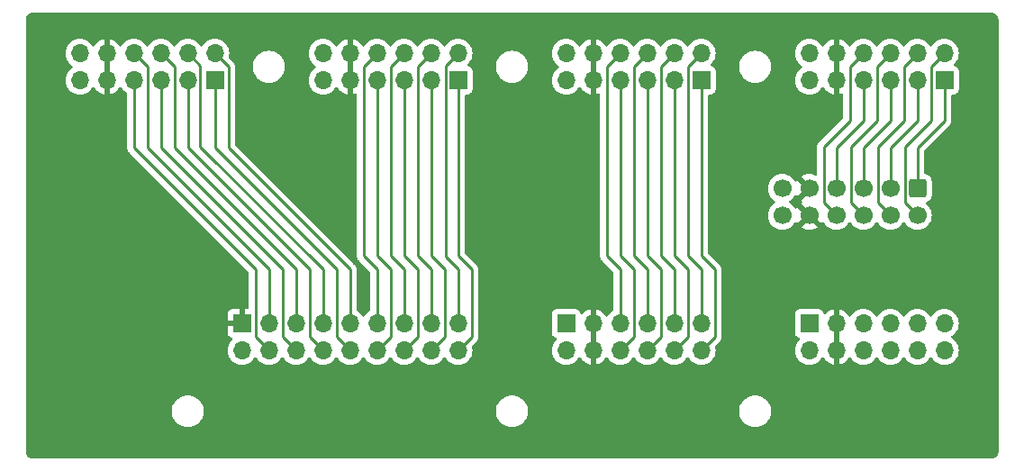
<source format=gbl>
G04 #@! TF.GenerationSoftware,KiCad,Pcbnew,7.0.11-7.0.11~ubuntu20.04.1*
G04 #@! TF.CreationDate,2024-08-17T23:29:04+02:00*
G04 #@! TF.ProjectId,kicad-kria-4x-pmod,6b696361-642d-46b7-9269-612d34782d70,1.0*
G04 #@! TF.SameCoordinates,Original*
G04 #@! TF.FileFunction,Copper,L2,Bot*
G04 #@! TF.FilePolarity,Positive*
%FSLAX46Y46*%
G04 Gerber Fmt 4.6, Leading zero omitted, Abs format (unit mm)*
G04 Created by KiCad (PCBNEW 7.0.11-7.0.11~ubuntu20.04.1) date 2024-08-17 23:29:04*
%MOMM*%
%LPD*%
G01*
G04 APERTURE LIST*
G04 Aperture macros list*
%AMRoundRect*
0 Rectangle with rounded corners*
0 $1 Rounding radius*
0 $2 $3 $4 $5 $6 $7 $8 $9 X,Y pos of 4 corners*
0 Add a 4 corners polygon primitive as box body*
4,1,4,$2,$3,$4,$5,$6,$7,$8,$9,$2,$3,0*
0 Add four circle primitives for the rounded corners*
1,1,$1+$1,$2,$3*
1,1,$1+$1,$4,$5*
1,1,$1+$1,$6,$7*
1,1,$1+$1,$8,$9*
0 Add four rect primitives between the rounded corners*
20,1,$1+$1,$2,$3,$4,$5,0*
20,1,$1+$1,$4,$5,$6,$7,0*
20,1,$1+$1,$6,$7,$8,$9,0*
20,1,$1+$1,$8,$9,$2,$3,0*%
G04 Aperture macros list end*
G04 #@! TA.AperFunction,ComponentPad*
%ADD10R,1.700000X1.700000*%
G04 #@! TD*
G04 #@! TA.AperFunction,ComponentPad*
%ADD11O,1.700000X1.700000*%
G04 #@! TD*
G04 #@! TA.AperFunction,ComponentPad*
%ADD12RoundRect,0.250000X-0.600000X0.600000X-0.600000X-0.600000X0.600000X-0.600000X0.600000X0.600000X0*%
G04 #@! TD*
G04 #@! TA.AperFunction,ComponentPad*
%ADD13C,1.700000*%
G04 #@! TD*
G04 #@! TA.AperFunction,Conductor*
%ADD14C,0.250000*%
G04 #@! TD*
G04 APERTURE END LIST*
D10*
X104140000Y-73660000D03*
D11*
X104140000Y-76200000D03*
X106680000Y-73660000D03*
X106680000Y-76200000D03*
X109220000Y-73660000D03*
X109220000Y-76200000D03*
X111760000Y-73660000D03*
X111760000Y-76200000D03*
X114300000Y-73660000D03*
X114300000Y-76200000D03*
X116840000Y-73660000D03*
X116840000Y-76200000D03*
X119380000Y-73660000D03*
X119380000Y-76200000D03*
X121920000Y-73660000D03*
X121920000Y-76200000D03*
X124460000Y-73660000D03*
X124460000Y-76200000D03*
D10*
X134620000Y-73660000D03*
D11*
X134620000Y-76200000D03*
X137160000Y-73660000D03*
X137160000Y-76200000D03*
X139700000Y-73660000D03*
X139700000Y-76200000D03*
X142240000Y-73660000D03*
X142240000Y-76200000D03*
X144780000Y-73660000D03*
X144780000Y-76200000D03*
X147320000Y-73660000D03*
X147320000Y-76200000D03*
D10*
X157480000Y-73660000D03*
D11*
X157480000Y-76200000D03*
X160020000Y-73660000D03*
X160020000Y-76200000D03*
X162560000Y-73660000D03*
X162560000Y-76200000D03*
X165100000Y-73660000D03*
X165100000Y-76200000D03*
X167640000Y-73660000D03*
X167640000Y-76200000D03*
X170180000Y-73660000D03*
X170180000Y-76200000D03*
D12*
X167640000Y-60960000D03*
D13*
X167640000Y-63500000D03*
X165100000Y-60960000D03*
X165100000Y-63500000D03*
X162560000Y-60960000D03*
X162560000Y-63500000D03*
X160020000Y-60960000D03*
X160020000Y-63500000D03*
X157480000Y-60960000D03*
X157480000Y-63500000D03*
X154940000Y-60960000D03*
X154940000Y-63500000D03*
D10*
X170180000Y-50800000D03*
D11*
X170180000Y-48260000D03*
X167640000Y-50800000D03*
X167640000Y-48260000D03*
X165100000Y-50800000D03*
X165100000Y-48260000D03*
X162560000Y-50800000D03*
X162560000Y-48260000D03*
X160020000Y-50800000D03*
X160020000Y-48260000D03*
X157480000Y-50800000D03*
X157480000Y-48260000D03*
D10*
X147320000Y-50800000D03*
D11*
X147320000Y-48260000D03*
X144780000Y-50800000D03*
X144780000Y-48260000D03*
X142240000Y-50800000D03*
X142240000Y-48260000D03*
X139700000Y-50800000D03*
X139700000Y-48260000D03*
X137160000Y-50800000D03*
X137160000Y-48260000D03*
X134620000Y-50800000D03*
X134620000Y-48260000D03*
D10*
X124460000Y-50800000D03*
D11*
X124460000Y-48260000D03*
X121920000Y-50800000D03*
X121920000Y-48260000D03*
X119380000Y-50800000D03*
X119380000Y-48260000D03*
X116840000Y-50800000D03*
X116840000Y-48260000D03*
X114300000Y-50800000D03*
X114300000Y-48260000D03*
X111760000Y-50800000D03*
X111760000Y-48260000D03*
D10*
X101600000Y-50800000D03*
D11*
X101600000Y-48260000D03*
X99060000Y-50800000D03*
X99060000Y-48260000D03*
X96520000Y-50800000D03*
X96520000Y-48260000D03*
X93980000Y-50800000D03*
X93980000Y-48260000D03*
X91440000Y-50800000D03*
X91440000Y-48260000D03*
X88900000Y-50800000D03*
X88900000Y-48260000D03*
D14*
X106680000Y-76200000D02*
X105410000Y-74930000D01*
X105410000Y-74930000D02*
X105410000Y-68580000D01*
X93980000Y-57150000D02*
X93980000Y-50800000D01*
X105410000Y-68580000D02*
X93980000Y-57150000D01*
X95250000Y-57150000D02*
X106680000Y-68580000D01*
X93980000Y-48260000D02*
X95250000Y-49530000D01*
X95250000Y-49530000D02*
X95250000Y-57150000D01*
X106680000Y-68580000D02*
X106680000Y-73660000D01*
X107950000Y-68580000D02*
X96520000Y-57150000D01*
X109220000Y-76200000D02*
X107950000Y-74930000D01*
X107950000Y-74930000D02*
X107950000Y-68580000D01*
X96520000Y-57150000D02*
X96520000Y-50800000D01*
X97790000Y-57150000D02*
X109220000Y-68580000D01*
X96520000Y-48260000D02*
X97790000Y-49530000D01*
X97790000Y-49530000D02*
X97790000Y-57150000D01*
X109220000Y-68580000D02*
X109220000Y-73660000D01*
X110490000Y-74930000D02*
X110490000Y-68580000D01*
X111760000Y-76200000D02*
X110490000Y-74930000D01*
X110490000Y-68580000D02*
X99060000Y-57150000D01*
X99060000Y-57150000D02*
X99060000Y-50800000D01*
X111760000Y-73660000D02*
X111760000Y-68580000D01*
X111760000Y-68580000D02*
X100235000Y-57055000D01*
X100235000Y-57055000D02*
X100235000Y-49435000D01*
X100235000Y-49435000D02*
X99060000Y-48260000D01*
X102870000Y-49530000D02*
X102870000Y-57150000D01*
X101600000Y-48260000D02*
X102870000Y-49530000D01*
X102870000Y-57150000D02*
X114300000Y-68580000D01*
X114300000Y-68580000D02*
X114300000Y-73660000D01*
X113030000Y-74930000D02*
X113030000Y-68580000D01*
X114300000Y-76200000D02*
X113030000Y-74930000D01*
X113030000Y-68580000D02*
X101600000Y-57150000D01*
X101600000Y-57150000D02*
X101600000Y-50800000D01*
X115570000Y-49530000D02*
X115570000Y-67310000D01*
X115570000Y-67310000D02*
X116840000Y-68580000D01*
X116840000Y-68580000D02*
X116840000Y-73660000D01*
X116840000Y-48260000D02*
X115570000Y-49530000D01*
X118110000Y-74930000D02*
X118110000Y-68580000D01*
X116840000Y-76200000D02*
X118110000Y-74930000D01*
X118110000Y-68580000D02*
X116840000Y-67310000D01*
X116840000Y-67310000D02*
X116840000Y-50800000D01*
X118110000Y-49530000D02*
X118110000Y-67310000D01*
X119380000Y-48260000D02*
X118110000Y-49530000D01*
X118110000Y-67310000D02*
X119380000Y-68580000D01*
X119380000Y-68580000D02*
X119380000Y-73660000D01*
X120650000Y-74930000D02*
X120650000Y-68580000D01*
X119380000Y-76200000D02*
X120650000Y-74930000D01*
X120650000Y-68580000D02*
X119380000Y-67310000D01*
X119380000Y-67310000D02*
X119380000Y-50800000D01*
X120650000Y-49530000D02*
X120650000Y-67310000D01*
X121920000Y-48260000D02*
X120650000Y-49530000D01*
X120650000Y-67310000D02*
X121920000Y-68580000D01*
X121920000Y-68580000D02*
X121920000Y-73660000D01*
X123190000Y-74930000D02*
X123190000Y-68580000D01*
X121920000Y-76200000D02*
X123190000Y-74930000D01*
X123190000Y-68580000D02*
X121920000Y-67310000D01*
X121920000Y-67310000D02*
X121920000Y-50800000D01*
X124460000Y-73660000D02*
X124460000Y-68580000D01*
X124460000Y-68580000D02*
X123285000Y-67405000D01*
X123285000Y-67405000D02*
X123285000Y-49435000D01*
X123285000Y-49435000D02*
X124460000Y-48260000D01*
X125730000Y-68580000D02*
X125730000Y-74930000D01*
X124460000Y-67310000D02*
X125730000Y-68580000D01*
X125730000Y-74930000D02*
X124460000Y-76200000D01*
X124460000Y-50800000D02*
X124460000Y-67310000D01*
X139700000Y-48260000D02*
X138430000Y-49530000D01*
X138430000Y-49530000D02*
X138430000Y-67310000D01*
X138430000Y-67310000D02*
X139700000Y-68580000D01*
X139700000Y-68580000D02*
X139700000Y-73660000D01*
X139700000Y-76200000D02*
X140970000Y-74930000D01*
X140970000Y-74930000D02*
X140970000Y-68580000D01*
X140970000Y-68580000D02*
X139700000Y-67310000D01*
X139700000Y-67310000D02*
X139700000Y-50800000D01*
X142240000Y-48260000D02*
X140970000Y-49530000D01*
X140970000Y-49530000D02*
X140970000Y-67310000D01*
X140970000Y-67310000D02*
X142240000Y-68580000D01*
X142240000Y-68580000D02*
X142240000Y-73660000D01*
X142240000Y-76200000D02*
X143510000Y-74930000D01*
X143510000Y-74930000D02*
X143510000Y-68580000D01*
X143510000Y-68580000D02*
X142240000Y-67310000D01*
X142240000Y-67310000D02*
X142240000Y-50800000D01*
X144780000Y-48260000D02*
X143510000Y-49530000D01*
X144780000Y-68580000D02*
X144780000Y-73660000D01*
X143510000Y-49530000D02*
X143510000Y-67310000D01*
X143510000Y-67310000D02*
X144780000Y-68580000D01*
X144780000Y-76200000D02*
X146050000Y-74930000D01*
X146050000Y-74930000D02*
X146050000Y-68580000D01*
X146050000Y-68580000D02*
X144780000Y-67310000D01*
X144780000Y-67310000D02*
X144780000Y-50800000D01*
X147320000Y-48260000D02*
X146050000Y-49530000D01*
X146050000Y-49530000D02*
X146050000Y-67310000D01*
X146050000Y-67310000D02*
X147320000Y-68580000D01*
X147320000Y-68580000D02*
X147320000Y-73660000D01*
X147320000Y-50800000D02*
X147320000Y-67310000D01*
X147320000Y-67310000D02*
X148590000Y-68580000D01*
X148590000Y-68580000D02*
X148590000Y-74930000D01*
X148590000Y-74930000D02*
X147320000Y-76200000D01*
X161290000Y-49530000D02*
X161290000Y-54610000D01*
X158845000Y-62325000D02*
X160020000Y-63500000D01*
X162560000Y-48260000D02*
X161290000Y-49530000D01*
X161290000Y-54610000D02*
X158845000Y-57055000D01*
X158845000Y-57055000D02*
X158845000Y-62325000D01*
X162560000Y-50800000D02*
X162560000Y-54610000D01*
X162560000Y-54610000D02*
X160020000Y-57150000D01*
X160020000Y-57150000D02*
X160020000Y-60960000D01*
X163830000Y-49530000D02*
X163830000Y-54610000D01*
X165100000Y-48260000D02*
X163830000Y-49530000D01*
X163830000Y-54610000D02*
X161385000Y-57055000D01*
X161385000Y-57055000D02*
X161385000Y-62325000D01*
X161385000Y-62325000D02*
X162560000Y-63500000D01*
X165100000Y-50800000D02*
X165100000Y-54610000D01*
X165100000Y-54610000D02*
X162560000Y-57150000D01*
X162560000Y-57150000D02*
X162560000Y-60960000D01*
X166370000Y-49530000D02*
X166370000Y-54610000D01*
X167640000Y-48260000D02*
X166370000Y-49530000D01*
X166370000Y-54610000D02*
X163925000Y-57055000D01*
X163925000Y-57055000D02*
X163925000Y-62325000D01*
X163925000Y-62325000D02*
X165100000Y-63500000D01*
X167640000Y-50800000D02*
X167640000Y-54610000D01*
X167640000Y-54610000D02*
X165100000Y-57150000D01*
X165100000Y-57150000D02*
X165100000Y-60960000D01*
X168910000Y-49530000D02*
X168910000Y-54610000D01*
X170180000Y-48260000D02*
X168910000Y-49530000D01*
X168910000Y-54610000D02*
X166465000Y-57055000D01*
X166465000Y-57055000D02*
X166465000Y-62325000D01*
X166465000Y-62325000D02*
X167640000Y-63500000D01*
X170180000Y-54610000D02*
X167640000Y-57150000D01*
X170180000Y-50800000D02*
X170180000Y-54610000D01*
X167640000Y-57150000D02*
X167640000Y-60960000D01*
G04 #@! TA.AperFunction,Conductor*
G36*
X91690000Y-50364498D02*
G01*
X91582315Y-50315320D01*
X91475763Y-50300000D01*
X91404237Y-50300000D01*
X91297685Y-50315320D01*
X91190000Y-50364498D01*
X91190000Y-48695501D01*
X91297685Y-48744680D01*
X91404237Y-48760000D01*
X91475763Y-48760000D01*
X91582315Y-48744680D01*
X91690000Y-48695501D01*
X91690000Y-50364498D01*
G37*
G04 #@! TD.AperFunction*
G04 #@! TA.AperFunction,Conductor*
G36*
X114550000Y-50364498D02*
G01*
X114442315Y-50315320D01*
X114335763Y-50300000D01*
X114264237Y-50300000D01*
X114157685Y-50315320D01*
X114050000Y-50364498D01*
X114050000Y-48695501D01*
X114157685Y-48744680D01*
X114264237Y-48760000D01*
X114335763Y-48760000D01*
X114442315Y-48744680D01*
X114550000Y-48695501D01*
X114550000Y-50364498D01*
G37*
G04 #@! TD.AperFunction*
G04 #@! TA.AperFunction,Conductor*
G36*
X137410000Y-75764498D02*
G01*
X137302315Y-75715320D01*
X137195763Y-75700000D01*
X137124237Y-75700000D01*
X137017685Y-75715320D01*
X136910000Y-75764498D01*
X136910000Y-74095501D01*
X137017685Y-74144680D01*
X137124237Y-74160000D01*
X137195763Y-74160000D01*
X137302315Y-74144680D01*
X137410000Y-74095501D01*
X137410000Y-75764498D01*
G37*
G04 #@! TD.AperFunction*
G04 #@! TA.AperFunction,Conductor*
G36*
X137410000Y-50364498D02*
G01*
X137302315Y-50315320D01*
X137195763Y-50300000D01*
X137124237Y-50300000D01*
X137017685Y-50315320D01*
X136910000Y-50364498D01*
X136910000Y-48695501D01*
X137017685Y-48744680D01*
X137124237Y-48760000D01*
X137195763Y-48760000D01*
X137302315Y-48744680D01*
X137410000Y-48695501D01*
X137410000Y-50364498D01*
G37*
G04 #@! TD.AperFunction*
G04 #@! TA.AperFunction,Conductor*
G36*
X160270000Y-75764498D02*
G01*
X160162315Y-75715320D01*
X160055763Y-75700000D01*
X159984237Y-75700000D01*
X159877685Y-75715320D01*
X159770000Y-75764498D01*
X159770000Y-74095501D01*
X159877685Y-74144680D01*
X159984237Y-74160000D01*
X160055763Y-74160000D01*
X160162315Y-74144680D01*
X160270000Y-74095501D01*
X160270000Y-75764498D01*
G37*
G04 #@! TD.AperFunction*
G04 #@! TA.AperFunction,Conductor*
G36*
X157020507Y-61169844D02*
G01*
X157098239Y-61290798D01*
X157206900Y-61384952D01*
X157337685Y-61444680D01*
X157347464Y-61446086D01*
X156718625Y-62074925D01*
X156795031Y-62128425D01*
X156838655Y-62183002D01*
X156845848Y-62252501D01*
X156814326Y-62314855D01*
X156795029Y-62331576D01*
X156718625Y-62385072D01*
X157347466Y-63013913D01*
X157337685Y-63015320D01*
X157206900Y-63075048D01*
X157098239Y-63169202D01*
X157020507Y-63290156D01*
X156996923Y-63370475D01*
X156365073Y-62738626D01*
X156311881Y-62814594D01*
X156257304Y-62858219D01*
X156187806Y-62865413D01*
X156125451Y-62833891D01*
X156108730Y-62814594D01*
X155978494Y-62628597D01*
X155811402Y-62461506D01*
X155811396Y-62461501D01*
X155625842Y-62331575D01*
X155582217Y-62276998D01*
X155575023Y-62207500D01*
X155606546Y-62145145D01*
X155625842Y-62128425D01*
X155768325Y-62028657D01*
X155811401Y-61998495D01*
X155978495Y-61831401D01*
X156108732Y-61645403D01*
X156163307Y-61601780D01*
X156232805Y-61594586D01*
X156295160Y-61626109D01*
X156311880Y-61645405D01*
X156365073Y-61721373D01*
X156996923Y-61089523D01*
X157020507Y-61169844D01*
G37*
G04 #@! TD.AperFunction*
G04 #@! TA.AperFunction,Conductor*
G36*
X160270000Y-50364498D02*
G01*
X160162315Y-50315320D01*
X160055763Y-50300000D01*
X159984237Y-50300000D01*
X159877685Y-50315320D01*
X159770000Y-50364498D01*
X159770000Y-48695501D01*
X159877685Y-48744680D01*
X159984237Y-48760000D01*
X160055763Y-48760000D01*
X160162315Y-48744680D01*
X160270000Y-48695501D01*
X160270000Y-50364498D01*
G37*
G04 #@! TD.AperFunction*
G04 #@! TA.AperFunction,Conductor*
G36*
X174631912Y-44451278D02*
G01*
X174650299Y-44453350D01*
X174652404Y-44453607D01*
X174763499Y-44468233D01*
X174788249Y-44474126D01*
X174830803Y-44489017D01*
X174837255Y-44491480D01*
X174910533Y-44521833D01*
X174929028Y-44531387D01*
X174971975Y-44558372D01*
X174981481Y-44564985D01*
X175040274Y-44610098D01*
X175052469Y-44620793D01*
X175089205Y-44657529D01*
X175099900Y-44669724D01*
X175145013Y-44728517D01*
X175151630Y-44738029D01*
X175178607Y-44780962D01*
X175188172Y-44799478D01*
X175218510Y-44872722D01*
X175220990Y-44879219D01*
X175235869Y-44921740D01*
X175241767Y-44946510D01*
X175256381Y-45057517D01*
X175256661Y-45059801D01*
X175258720Y-45078085D01*
X175259500Y-45091959D01*
X175259500Y-85718039D01*
X175258721Y-85731915D01*
X175257239Y-85745065D01*
X175256662Y-85750186D01*
X175256381Y-85752481D01*
X175241767Y-85863488D01*
X175235869Y-85888258D01*
X175220990Y-85930779D01*
X175218510Y-85937276D01*
X175188172Y-86010520D01*
X175178604Y-86029042D01*
X175151630Y-86071969D01*
X175145013Y-86081481D01*
X175099900Y-86140274D01*
X175089205Y-86152469D01*
X175052469Y-86189205D01*
X175040274Y-86199900D01*
X174981481Y-86245013D01*
X174971969Y-86251630D01*
X174929042Y-86278604D01*
X174910520Y-86288172D01*
X174837276Y-86318510D01*
X174830779Y-86320990D01*
X174788258Y-86335869D01*
X174763488Y-86341767D01*
X174652481Y-86356381D01*
X174650187Y-86356662D01*
X174647503Y-86356964D01*
X174631914Y-86358720D01*
X174618040Y-86359500D01*
X84461960Y-86359500D01*
X84448083Y-86358720D01*
X84433203Y-86357044D01*
X84429813Y-86356662D01*
X84427517Y-86356381D01*
X84316510Y-86341767D01*
X84291740Y-86335869D01*
X84249219Y-86320990D01*
X84242722Y-86318510D01*
X84192748Y-86297810D01*
X84169475Y-86288170D01*
X84150962Y-86278607D01*
X84108029Y-86251630D01*
X84098517Y-86245013D01*
X84039724Y-86199900D01*
X84027529Y-86189205D01*
X83990793Y-86152469D01*
X83980098Y-86140274D01*
X83934985Y-86081481D01*
X83928368Y-86071969D01*
X83901387Y-86029028D01*
X83891833Y-86010533D01*
X83861480Y-85937255D01*
X83859017Y-85930803D01*
X83844126Y-85888249D01*
X83838233Y-85863499D01*
X83823607Y-85752404D01*
X83823350Y-85750299D01*
X83821278Y-85731912D01*
X83820500Y-85718037D01*
X83820500Y-82039334D01*
X97559500Y-82039334D01*
X97600429Y-82284616D01*
X97681169Y-82519802D01*
X97681172Y-82519811D01*
X97799524Y-82738506D01*
X97799526Y-82738509D01*
X97952262Y-82934744D01*
X98111744Y-83081557D01*
X98135217Y-83103166D01*
X98343393Y-83239173D01*
X98571118Y-83339063D01*
X98812175Y-83400107D01*
X98812179Y-83400108D01*
X98812181Y-83400108D01*
X98812186Y-83400109D01*
X98965589Y-83412819D01*
X98997933Y-83415500D01*
X98997937Y-83415500D01*
X99122063Y-83415500D01*
X99122067Y-83415500D01*
X99184677Y-83410311D01*
X99307813Y-83400109D01*
X99307816Y-83400108D01*
X99307821Y-83400108D01*
X99548881Y-83339063D01*
X99776607Y-83239173D01*
X99984785Y-83103164D01*
X100167738Y-82934744D01*
X100320474Y-82738509D01*
X100438828Y-82519810D01*
X100519571Y-82284614D01*
X100560500Y-82039335D01*
X100560500Y-82039334D01*
X128039500Y-82039334D01*
X128080429Y-82284616D01*
X128161169Y-82519802D01*
X128161172Y-82519811D01*
X128279524Y-82738506D01*
X128279526Y-82738509D01*
X128432262Y-82934744D01*
X128591744Y-83081557D01*
X128615217Y-83103166D01*
X128823393Y-83239173D01*
X129051118Y-83339063D01*
X129292175Y-83400107D01*
X129292179Y-83400108D01*
X129292181Y-83400108D01*
X129292186Y-83400109D01*
X129445589Y-83412819D01*
X129477933Y-83415500D01*
X129477937Y-83415500D01*
X129602063Y-83415500D01*
X129602067Y-83415500D01*
X129664677Y-83410311D01*
X129787813Y-83400109D01*
X129787816Y-83400108D01*
X129787821Y-83400108D01*
X130028881Y-83339063D01*
X130256607Y-83239173D01*
X130464785Y-83103164D01*
X130647738Y-82934744D01*
X130800474Y-82738509D01*
X130918828Y-82519810D01*
X130999571Y-82284614D01*
X131040500Y-82039335D01*
X131040500Y-82039334D01*
X150899500Y-82039334D01*
X150940429Y-82284616D01*
X151021169Y-82519802D01*
X151021172Y-82519811D01*
X151139524Y-82738506D01*
X151139526Y-82738509D01*
X151292262Y-82934744D01*
X151451744Y-83081557D01*
X151475217Y-83103166D01*
X151683393Y-83239173D01*
X151911118Y-83339063D01*
X152152175Y-83400107D01*
X152152179Y-83400108D01*
X152152181Y-83400108D01*
X152152186Y-83400109D01*
X152305589Y-83412819D01*
X152337933Y-83415500D01*
X152337937Y-83415500D01*
X152462063Y-83415500D01*
X152462067Y-83415500D01*
X152524677Y-83410311D01*
X152647813Y-83400109D01*
X152647816Y-83400108D01*
X152647821Y-83400108D01*
X152888881Y-83339063D01*
X153116607Y-83239173D01*
X153324785Y-83103164D01*
X153507738Y-82934744D01*
X153660474Y-82738509D01*
X153778828Y-82519810D01*
X153859571Y-82284614D01*
X153900500Y-82039335D01*
X153900500Y-81790665D01*
X153859571Y-81545386D01*
X153778828Y-81310190D01*
X153660474Y-81091491D01*
X153507738Y-80895256D01*
X153324785Y-80726836D01*
X153324782Y-80726833D01*
X153116606Y-80590826D01*
X152888881Y-80490936D01*
X152647824Y-80429892D01*
X152647813Y-80429890D01*
X152462077Y-80414500D01*
X152462067Y-80414500D01*
X152337933Y-80414500D01*
X152337922Y-80414500D01*
X152152186Y-80429890D01*
X152152175Y-80429892D01*
X151911118Y-80490936D01*
X151683393Y-80590826D01*
X151475217Y-80726833D01*
X151292261Y-80895257D01*
X151139524Y-81091493D01*
X151021172Y-81310188D01*
X151021169Y-81310197D01*
X150940429Y-81545383D01*
X150899500Y-81790665D01*
X150899500Y-82039334D01*
X131040500Y-82039334D01*
X131040500Y-81790665D01*
X130999571Y-81545386D01*
X130918828Y-81310190D01*
X130800474Y-81091491D01*
X130647738Y-80895256D01*
X130464785Y-80726836D01*
X130464782Y-80726833D01*
X130256606Y-80590826D01*
X130028881Y-80490936D01*
X129787824Y-80429892D01*
X129787813Y-80429890D01*
X129602077Y-80414500D01*
X129602067Y-80414500D01*
X129477933Y-80414500D01*
X129477922Y-80414500D01*
X129292186Y-80429890D01*
X129292175Y-80429892D01*
X129051118Y-80490936D01*
X128823393Y-80590826D01*
X128615217Y-80726833D01*
X128432261Y-80895257D01*
X128279524Y-81091493D01*
X128161172Y-81310188D01*
X128161169Y-81310197D01*
X128080429Y-81545383D01*
X128039500Y-81790665D01*
X128039500Y-82039334D01*
X100560500Y-82039334D01*
X100560500Y-81790665D01*
X100519571Y-81545386D01*
X100438828Y-81310190D01*
X100320474Y-81091491D01*
X100167738Y-80895256D01*
X99984785Y-80726836D01*
X99984782Y-80726833D01*
X99776606Y-80590826D01*
X99548881Y-80490936D01*
X99307824Y-80429892D01*
X99307813Y-80429890D01*
X99122077Y-80414500D01*
X99122067Y-80414500D01*
X98997933Y-80414500D01*
X98997922Y-80414500D01*
X98812186Y-80429890D01*
X98812175Y-80429892D01*
X98571118Y-80490936D01*
X98343393Y-80590826D01*
X98135217Y-80726833D01*
X97952261Y-80895257D01*
X97799524Y-81091493D01*
X97681172Y-81310188D01*
X97681169Y-81310197D01*
X97600429Y-81545383D01*
X97559500Y-81790665D01*
X97559500Y-82039334D01*
X83820500Y-82039334D01*
X83820500Y-50800000D01*
X87544341Y-50800000D01*
X87564936Y-51035403D01*
X87564938Y-51035413D01*
X87626094Y-51263655D01*
X87626096Y-51263659D01*
X87626097Y-51263663D01*
X87705801Y-51434588D01*
X87725965Y-51477830D01*
X87725967Y-51477834D01*
X87834281Y-51632521D01*
X87861505Y-51671401D01*
X88028599Y-51838495D01*
X88125384Y-51906265D01*
X88222165Y-51974032D01*
X88222167Y-51974033D01*
X88222170Y-51974035D01*
X88436337Y-52073903D01*
X88436343Y-52073904D01*
X88436344Y-52073905D01*
X88491285Y-52088626D01*
X88664592Y-52135063D01*
X88852918Y-52151539D01*
X88899999Y-52155659D01*
X88900000Y-52155659D01*
X88900001Y-52155659D01*
X88939234Y-52152226D01*
X89135408Y-52135063D01*
X89363663Y-52073903D01*
X89577830Y-51974035D01*
X89771401Y-51838495D01*
X89938495Y-51671401D01*
X90068730Y-51485405D01*
X90123307Y-51441781D01*
X90192805Y-51434587D01*
X90255160Y-51466110D01*
X90271879Y-51485405D01*
X90401890Y-51671078D01*
X90568917Y-51838105D01*
X90762421Y-51973600D01*
X90976507Y-52073429D01*
X90976516Y-52073433D01*
X91190000Y-52130634D01*
X91190000Y-51235501D01*
X91297685Y-51284680D01*
X91404237Y-51300000D01*
X91475763Y-51300000D01*
X91582315Y-51284680D01*
X91690000Y-51235501D01*
X91690000Y-52130633D01*
X91903483Y-52073433D01*
X91903492Y-52073429D01*
X92117578Y-51973600D01*
X92311082Y-51838105D01*
X92478105Y-51671082D01*
X92608119Y-51485405D01*
X92662696Y-51441781D01*
X92732195Y-51434588D01*
X92794549Y-51466110D01*
X92811269Y-51485405D01*
X92941505Y-51671401D01*
X93108599Y-51838495D01*
X93301624Y-51973653D01*
X93345248Y-52028228D01*
X93354500Y-52075226D01*
X93354500Y-57067255D01*
X93352775Y-57082872D01*
X93353061Y-57082899D01*
X93352326Y-57090665D01*
X93354439Y-57157872D01*
X93354500Y-57161767D01*
X93354500Y-57189357D01*
X93355003Y-57193335D01*
X93355918Y-57204967D01*
X93357290Y-57248624D01*
X93357291Y-57248627D01*
X93362880Y-57267867D01*
X93366824Y-57286911D01*
X93367858Y-57295090D01*
X93369336Y-57306792D01*
X93385414Y-57347403D01*
X93389197Y-57358452D01*
X93401381Y-57400388D01*
X93411580Y-57417634D01*
X93420138Y-57435103D01*
X93427514Y-57453732D01*
X93453181Y-57489060D01*
X93459593Y-57498821D01*
X93481828Y-57536417D01*
X93481833Y-57536424D01*
X93495990Y-57550580D01*
X93508628Y-57565376D01*
X93520405Y-57581586D01*
X93520406Y-57581587D01*
X93554057Y-57609425D01*
X93562698Y-57617288D01*
X104748181Y-68802771D01*
X104781666Y-68864094D01*
X104784500Y-68890452D01*
X104784500Y-72186000D01*
X104764815Y-72253039D01*
X104712011Y-72298794D01*
X104660500Y-72310000D01*
X104390000Y-72310000D01*
X104390000Y-73224498D01*
X104282315Y-73175320D01*
X104175763Y-73160000D01*
X104104237Y-73160000D01*
X103997685Y-73175320D01*
X103890000Y-73224498D01*
X103890000Y-72310000D01*
X103242155Y-72310000D01*
X103182627Y-72316401D01*
X103182620Y-72316403D01*
X103047913Y-72366645D01*
X103047906Y-72366649D01*
X102932812Y-72452809D01*
X102932809Y-72452812D01*
X102846649Y-72567906D01*
X102846645Y-72567913D01*
X102796403Y-72702620D01*
X102796401Y-72702627D01*
X102790000Y-72762155D01*
X102790000Y-73410000D01*
X103706314Y-73410000D01*
X103680507Y-73450156D01*
X103640000Y-73588111D01*
X103640000Y-73731889D01*
X103680507Y-73869844D01*
X103706314Y-73910000D01*
X102790000Y-73910000D01*
X102790000Y-74557844D01*
X102796401Y-74617372D01*
X102796403Y-74617379D01*
X102846645Y-74752086D01*
X102846649Y-74752093D01*
X102932809Y-74867187D01*
X102932812Y-74867190D01*
X103047906Y-74953350D01*
X103047913Y-74953354D01*
X103179470Y-75002421D01*
X103235403Y-75044292D01*
X103259821Y-75109756D01*
X103244970Y-75178029D01*
X103223819Y-75206284D01*
X103101503Y-75328600D01*
X102965965Y-75522169D01*
X102965964Y-75522171D01*
X102866098Y-75736335D01*
X102866094Y-75736344D01*
X102804938Y-75964586D01*
X102804936Y-75964596D01*
X102784341Y-76199999D01*
X102784341Y-76200000D01*
X102804936Y-76435403D01*
X102804938Y-76435413D01*
X102866094Y-76663655D01*
X102866096Y-76663659D01*
X102866097Y-76663663D01*
X102945801Y-76834588D01*
X102965965Y-76877830D01*
X102965967Y-76877834D01*
X103074281Y-77032521D01*
X103101505Y-77071401D01*
X103268599Y-77238495D01*
X103365384Y-77306265D01*
X103462165Y-77374032D01*
X103462167Y-77374033D01*
X103462170Y-77374035D01*
X103676337Y-77473903D01*
X103904592Y-77535063D01*
X104092918Y-77551539D01*
X104139999Y-77555659D01*
X104140000Y-77555659D01*
X104140001Y-77555659D01*
X104179234Y-77552226D01*
X104375408Y-77535063D01*
X104603663Y-77473903D01*
X104817830Y-77374035D01*
X105011401Y-77238495D01*
X105178495Y-77071401D01*
X105308425Y-76885842D01*
X105363002Y-76842217D01*
X105432500Y-76835023D01*
X105494855Y-76866546D01*
X105511575Y-76885842D01*
X105641500Y-77071395D01*
X105641505Y-77071401D01*
X105808599Y-77238495D01*
X105905384Y-77306265D01*
X106002165Y-77374032D01*
X106002167Y-77374033D01*
X106002170Y-77374035D01*
X106216337Y-77473903D01*
X106444592Y-77535063D01*
X106632918Y-77551539D01*
X106679999Y-77555659D01*
X106680000Y-77555659D01*
X106680001Y-77555659D01*
X106719234Y-77552226D01*
X106915408Y-77535063D01*
X107143663Y-77473903D01*
X107357830Y-77374035D01*
X107551401Y-77238495D01*
X107718495Y-77071401D01*
X107848425Y-76885842D01*
X107903002Y-76842217D01*
X107972500Y-76835023D01*
X108034855Y-76866546D01*
X108051575Y-76885842D01*
X108181500Y-77071395D01*
X108181505Y-77071401D01*
X108348599Y-77238495D01*
X108445384Y-77306265D01*
X108542165Y-77374032D01*
X108542167Y-77374033D01*
X108542170Y-77374035D01*
X108756337Y-77473903D01*
X108984592Y-77535063D01*
X109172918Y-77551539D01*
X109219999Y-77555659D01*
X109220000Y-77555659D01*
X109220001Y-77555659D01*
X109259234Y-77552226D01*
X109455408Y-77535063D01*
X109683663Y-77473903D01*
X109897830Y-77374035D01*
X110091401Y-77238495D01*
X110258495Y-77071401D01*
X110388425Y-76885842D01*
X110443002Y-76842217D01*
X110512500Y-76835023D01*
X110574855Y-76866546D01*
X110591575Y-76885842D01*
X110721500Y-77071395D01*
X110721505Y-77071401D01*
X110888599Y-77238495D01*
X110985384Y-77306265D01*
X111082165Y-77374032D01*
X111082167Y-77374033D01*
X111082170Y-77374035D01*
X111296337Y-77473903D01*
X111524592Y-77535063D01*
X111712918Y-77551539D01*
X111759999Y-77555659D01*
X111760000Y-77555659D01*
X111760001Y-77555659D01*
X111799234Y-77552226D01*
X111995408Y-77535063D01*
X112223663Y-77473903D01*
X112437830Y-77374035D01*
X112631401Y-77238495D01*
X112798495Y-77071401D01*
X112928425Y-76885842D01*
X112983002Y-76842217D01*
X113052500Y-76835023D01*
X113114855Y-76866546D01*
X113131575Y-76885842D01*
X113261500Y-77071395D01*
X113261505Y-77071401D01*
X113428599Y-77238495D01*
X113525384Y-77306265D01*
X113622165Y-77374032D01*
X113622167Y-77374033D01*
X113622170Y-77374035D01*
X113836337Y-77473903D01*
X114064592Y-77535063D01*
X114252918Y-77551539D01*
X114299999Y-77555659D01*
X114300000Y-77555659D01*
X114300001Y-77555659D01*
X114339234Y-77552226D01*
X114535408Y-77535063D01*
X114763663Y-77473903D01*
X114977830Y-77374035D01*
X115171401Y-77238495D01*
X115338495Y-77071401D01*
X115468425Y-76885842D01*
X115523002Y-76842217D01*
X115592500Y-76835023D01*
X115654855Y-76866546D01*
X115671575Y-76885842D01*
X115801500Y-77071395D01*
X115801505Y-77071401D01*
X115968599Y-77238495D01*
X116065384Y-77306265D01*
X116162165Y-77374032D01*
X116162167Y-77374033D01*
X116162170Y-77374035D01*
X116376337Y-77473903D01*
X116604592Y-77535063D01*
X116792918Y-77551539D01*
X116839999Y-77555659D01*
X116840000Y-77555659D01*
X116840001Y-77555659D01*
X116879234Y-77552226D01*
X117075408Y-77535063D01*
X117303663Y-77473903D01*
X117517830Y-77374035D01*
X117711401Y-77238495D01*
X117878495Y-77071401D01*
X118008425Y-76885842D01*
X118063002Y-76842217D01*
X118132500Y-76835023D01*
X118194855Y-76866546D01*
X118211575Y-76885842D01*
X118341500Y-77071395D01*
X118341505Y-77071401D01*
X118508599Y-77238495D01*
X118605384Y-77306265D01*
X118702165Y-77374032D01*
X118702167Y-77374033D01*
X118702170Y-77374035D01*
X118916337Y-77473903D01*
X119144592Y-77535063D01*
X119332918Y-77551539D01*
X119379999Y-77555659D01*
X119380000Y-77555659D01*
X119380001Y-77555659D01*
X119419234Y-77552226D01*
X119615408Y-77535063D01*
X119843663Y-77473903D01*
X120057830Y-77374035D01*
X120251401Y-77238495D01*
X120418495Y-77071401D01*
X120548425Y-76885842D01*
X120603002Y-76842217D01*
X120672500Y-76835023D01*
X120734855Y-76866546D01*
X120751575Y-76885842D01*
X120881500Y-77071395D01*
X120881505Y-77071401D01*
X121048599Y-77238495D01*
X121145384Y-77306265D01*
X121242165Y-77374032D01*
X121242167Y-77374033D01*
X121242170Y-77374035D01*
X121456337Y-77473903D01*
X121684592Y-77535063D01*
X121872918Y-77551539D01*
X121919999Y-77555659D01*
X121920000Y-77555659D01*
X121920001Y-77555659D01*
X121959234Y-77552226D01*
X122155408Y-77535063D01*
X122383663Y-77473903D01*
X122597830Y-77374035D01*
X122791401Y-77238495D01*
X122958495Y-77071401D01*
X123088425Y-76885842D01*
X123143002Y-76842217D01*
X123212500Y-76835023D01*
X123274855Y-76866546D01*
X123291575Y-76885842D01*
X123421500Y-77071395D01*
X123421505Y-77071401D01*
X123588599Y-77238495D01*
X123685384Y-77306265D01*
X123782165Y-77374032D01*
X123782167Y-77374033D01*
X123782170Y-77374035D01*
X123996337Y-77473903D01*
X124224592Y-77535063D01*
X124412918Y-77551539D01*
X124459999Y-77555659D01*
X124460000Y-77555659D01*
X124460001Y-77555659D01*
X124499234Y-77552226D01*
X124695408Y-77535063D01*
X124923663Y-77473903D01*
X125137830Y-77374035D01*
X125331401Y-77238495D01*
X125498495Y-77071401D01*
X125634035Y-76877830D01*
X125733903Y-76663663D01*
X125795063Y-76435408D01*
X125815659Y-76200000D01*
X133264341Y-76200000D01*
X133284936Y-76435403D01*
X133284938Y-76435413D01*
X133346094Y-76663655D01*
X133346096Y-76663659D01*
X133346097Y-76663663D01*
X133425801Y-76834588D01*
X133445965Y-76877830D01*
X133445967Y-76877834D01*
X133554281Y-77032521D01*
X133581505Y-77071401D01*
X133748599Y-77238495D01*
X133845384Y-77306265D01*
X133942165Y-77374032D01*
X133942167Y-77374033D01*
X133942170Y-77374035D01*
X134156337Y-77473903D01*
X134384592Y-77535063D01*
X134572918Y-77551539D01*
X134619999Y-77555659D01*
X134620000Y-77555659D01*
X134620001Y-77555659D01*
X134659234Y-77552226D01*
X134855408Y-77535063D01*
X135083663Y-77473903D01*
X135297830Y-77374035D01*
X135491401Y-77238495D01*
X135658495Y-77071401D01*
X135788730Y-76885405D01*
X135843307Y-76841781D01*
X135912805Y-76834587D01*
X135975160Y-76866110D01*
X135991879Y-76885405D01*
X136121890Y-77071078D01*
X136288917Y-77238105D01*
X136482421Y-77373600D01*
X136696507Y-77473429D01*
X136696516Y-77473433D01*
X136910000Y-77530634D01*
X136910000Y-76635501D01*
X137017685Y-76684680D01*
X137124237Y-76700000D01*
X137195763Y-76700000D01*
X137302315Y-76684680D01*
X137410000Y-76635501D01*
X137410000Y-77530634D01*
X137623483Y-77473433D01*
X137623492Y-77473429D01*
X137837578Y-77373600D01*
X138031082Y-77238105D01*
X138198105Y-77071082D01*
X138328119Y-76885405D01*
X138382696Y-76841781D01*
X138452195Y-76834588D01*
X138514549Y-76866110D01*
X138531269Y-76885405D01*
X138661505Y-77071401D01*
X138828599Y-77238495D01*
X138925384Y-77306265D01*
X139022165Y-77374032D01*
X139022167Y-77374033D01*
X139022170Y-77374035D01*
X139236337Y-77473903D01*
X139464592Y-77535063D01*
X139652918Y-77551539D01*
X139699999Y-77555659D01*
X139700000Y-77555659D01*
X139700001Y-77555659D01*
X139739234Y-77552226D01*
X139935408Y-77535063D01*
X140163663Y-77473903D01*
X140377830Y-77374035D01*
X140571401Y-77238495D01*
X140738495Y-77071401D01*
X140868425Y-76885842D01*
X140923002Y-76842217D01*
X140992500Y-76835023D01*
X141054855Y-76866546D01*
X141071575Y-76885842D01*
X141201500Y-77071395D01*
X141201505Y-77071401D01*
X141368599Y-77238495D01*
X141465384Y-77306265D01*
X141562165Y-77374032D01*
X141562167Y-77374033D01*
X141562170Y-77374035D01*
X141776337Y-77473903D01*
X142004592Y-77535063D01*
X142192918Y-77551539D01*
X142239999Y-77555659D01*
X142240000Y-77555659D01*
X142240001Y-77555659D01*
X142279234Y-77552226D01*
X142475408Y-77535063D01*
X142703663Y-77473903D01*
X142917830Y-77374035D01*
X143111401Y-77238495D01*
X143278495Y-77071401D01*
X143408425Y-76885842D01*
X143463002Y-76842217D01*
X143532500Y-76835023D01*
X143594855Y-76866546D01*
X143611575Y-76885842D01*
X143741500Y-77071395D01*
X143741505Y-77071401D01*
X143908599Y-77238495D01*
X144005384Y-77306265D01*
X144102165Y-77374032D01*
X144102167Y-77374033D01*
X144102170Y-77374035D01*
X144316337Y-77473903D01*
X144544592Y-77535063D01*
X144732918Y-77551539D01*
X144779999Y-77555659D01*
X144780000Y-77555659D01*
X144780001Y-77555659D01*
X144819234Y-77552226D01*
X145015408Y-77535063D01*
X145243663Y-77473903D01*
X145457830Y-77374035D01*
X145651401Y-77238495D01*
X145818495Y-77071401D01*
X145948425Y-76885842D01*
X146003002Y-76842217D01*
X146072500Y-76835023D01*
X146134855Y-76866546D01*
X146151575Y-76885842D01*
X146281500Y-77071395D01*
X146281505Y-77071401D01*
X146448599Y-77238495D01*
X146545384Y-77306265D01*
X146642165Y-77374032D01*
X146642167Y-77374033D01*
X146642170Y-77374035D01*
X146856337Y-77473903D01*
X147084592Y-77535063D01*
X147272918Y-77551539D01*
X147319999Y-77555659D01*
X147320000Y-77555659D01*
X147320001Y-77555659D01*
X147359234Y-77552226D01*
X147555408Y-77535063D01*
X147783663Y-77473903D01*
X147997830Y-77374035D01*
X148191401Y-77238495D01*
X148358495Y-77071401D01*
X148494035Y-76877830D01*
X148593903Y-76663663D01*
X148655063Y-76435408D01*
X148675659Y-76200000D01*
X156124341Y-76200000D01*
X156144936Y-76435403D01*
X156144938Y-76435413D01*
X156206094Y-76663655D01*
X156206096Y-76663659D01*
X156206097Y-76663663D01*
X156285801Y-76834588D01*
X156305965Y-76877830D01*
X156305967Y-76877834D01*
X156414281Y-77032521D01*
X156441505Y-77071401D01*
X156608599Y-77238495D01*
X156705384Y-77306265D01*
X156802165Y-77374032D01*
X156802167Y-77374033D01*
X156802170Y-77374035D01*
X157016337Y-77473903D01*
X157244592Y-77535063D01*
X157432918Y-77551539D01*
X157479999Y-77555659D01*
X157480000Y-77555659D01*
X157480001Y-77555659D01*
X157519234Y-77552226D01*
X157715408Y-77535063D01*
X157943663Y-77473903D01*
X158157830Y-77374035D01*
X158351401Y-77238495D01*
X158518495Y-77071401D01*
X158648730Y-76885405D01*
X158703307Y-76841781D01*
X158772805Y-76834587D01*
X158835160Y-76866110D01*
X158851879Y-76885405D01*
X158981890Y-77071078D01*
X159148917Y-77238105D01*
X159342421Y-77373600D01*
X159556507Y-77473429D01*
X159556516Y-77473433D01*
X159770000Y-77530634D01*
X159770000Y-76635501D01*
X159877685Y-76684680D01*
X159984237Y-76700000D01*
X160055763Y-76700000D01*
X160162315Y-76684680D01*
X160270000Y-76635501D01*
X160270000Y-77530633D01*
X160483483Y-77473433D01*
X160483492Y-77473429D01*
X160697578Y-77373600D01*
X160891082Y-77238105D01*
X161058105Y-77071082D01*
X161188119Y-76885405D01*
X161242696Y-76841781D01*
X161312195Y-76834588D01*
X161374549Y-76866110D01*
X161391269Y-76885405D01*
X161521505Y-77071401D01*
X161688599Y-77238495D01*
X161785384Y-77306265D01*
X161882165Y-77374032D01*
X161882167Y-77374033D01*
X161882170Y-77374035D01*
X162096337Y-77473903D01*
X162324592Y-77535063D01*
X162512918Y-77551539D01*
X162559999Y-77555659D01*
X162560000Y-77555659D01*
X162560001Y-77555659D01*
X162599234Y-77552226D01*
X162795408Y-77535063D01*
X163023663Y-77473903D01*
X163237830Y-77374035D01*
X163431401Y-77238495D01*
X163598495Y-77071401D01*
X163728425Y-76885842D01*
X163783002Y-76842217D01*
X163852500Y-76835023D01*
X163914855Y-76866546D01*
X163931575Y-76885842D01*
X164061500Y-77071395D01*
X164061505Y-77071401D01*
X164228599Y-77238495D01*
X164325384Y-77306265D01*
X164422165Y-77374032D01*
X164422167Y-77374033D01*
X164422170Y-77374035D01*
X164636337Y-77473903D01*
X164864592Y-77535063D01*
X165052918Y-77551539D01*
X165099999Y-77555659D01*
X165100000Y-77555659D01*
X165100001Y-77555659D01*
X165139234Y-77552226D01*
X165335408Y-77535063D01*
X165563663Y-77473903D01*
X165777830Y-77374035D01*
X165971401Y-77238495D01*
X166138495Y-77071401D01*
X166268425Y-76885842D01*
X166323002Y-76842217D01*
X166392500Y-76835023D01*
X166454855Y-76866546D01*
X166471575Y-76885842D01*
X166601500Y-77071395D01*
X166601505Y-77071401D01*
X166768599Y-77238495D01*
X166865384Y-77306265D01*
X166962165Y-77374032D01*
X166962167Y-77374033D01*
X166962170Y-77374035D01*
X167176337Y-77473903D01*
X167404592Y-77535063D01*
X167592918Y-77551539D01*
X167639999Y-77555659D01*
X167640000Y-77555659D01*
X167640001Y-77555659D01*
X167679234Y-77552226D01*
X167875408Y-77535063D01*
X168103663Y-77473903D01*
X168317830Y-77374035D01*
X168511401Y-77238495D01*
X168678495Y-77071401D01*
X168808425Y-76885842D01*
X168863002Y-76842217D01*
X168932500Y-76835023D01*
X168994855Y-76866546D01*
X169011575Y-76885842D01*
X169141500Y-77071395D01*
X169141505Y-77071401D01*
X169308599Y-77238495D01*
X169405384Y-77306265D01*
X169502165Y-77374032D01*
X169502167Y-77374033D01*
X169502170Y-77374035D01*
X169716337Y-77473903D01*
X169944592Y-77535063D01*
X170132918Y-77551539D01*
X170179999Y-77555659D01*
X170180000Y-77555659D01*
X170180001Y-77555659D01*
X170219234Y-77552226D01*
X170415408Y-77535063D01*
X170643663Y-77473903D01*
X170857830Y-77374035D01*
X171051401Y-77238495D01*
X171218495Y-77071401D01*
X171354035Y-76877830D01*
X171453903Y-76663663D01*
X171515063Y-76435408D01*
X171535659Y-76200000D01*
X171515063Y-75964592D01*
X171453903Y-75736337D01*
X171354035Y-75522171D01*
X171348731Y-75514595D01*
X171218494Y-75328597D01*
X171051402Y-75161506D01*
X171051396Y-75161501D01*
X170865842Y-75031575D01*
X170822217Y-74976998D01*
X170815023Y-74907500D01*
X170846546Y-74845145D01*
X170865842Y-74828425D01*
X170888026Y-74812891D01*
X171051401Y-74698495D01*
X171218495Y-74531401D01*
X171354035Y-74337830D01*
X171453903Y-74123663D01*
X171515063Y-73895408D01*
X171535659Y-73660000D01*
X171515063Y-73424592D01*
X171453903Y-73196337D01*
X171354035Y-72982171D01*
X171348731Y-72974595D01*
X171218494Y-72788597D01*
X171051402Y-72621506D01*
X171051395Y-72621501D01*
X170857834Y-72485967D01*
X170857830Y-72485965D01*
X170786727Y-72452809D01*
X170643663Y-72386097D01*
X170643659Y-72386096D01*
X170643655Y-72386094D01*
X170415413Y-72324938D01*
X170415403Y-72324936D01*
X170180001Y-72304341D01*
X170179999Y-72304341D01*
X169944596Y-72324936D01*
X169944586Y-72324938D01*
X169716344Y-72386094D01*
X169716335Y-72386098D01*
X169502171Y-72485964D01*
X169502169Y-72485965D01*
X169308597Y-72621505D01*
X169141505Y-72788597D01*
X169011575Y-72974158D01*
X168956998Y-73017783D01*
X168887500Y-73024977D01*
X168825145Y-72993454D01*
X168808425Y-72974158D01*
X168678494Y-72788597D01*
X168511402Y-72621506D01*
X168511395Y-72621501D01*
X168317834Y-72485967D01*
X168317830Y-72485965D01*
X168246727Y-72452809D01*
X168103663Y-72386097D01*
X168103659Y-72386096D01*
X168103655Y-72386094D01*
X167875413Y-72324938D01*
X167875403Y-72324936D01*
X167640001Y-72304341D01*
X167639999Y-72304341D01*
X167404596Y-72324936D01*
X167404586Y-72324938D01*
X167176344Y-72386094D01*
X167176335Y-72386098D01*
X166962171Y-72485964D01*
X166962169Y-72485965D01*
X166768597Y-72621505D01*
X166601505Y-72788597D01*
X166471575Y-72974158D01*
X166416998Y-73017783D01*
X166347500Y-73024977D01*
X166285145Y-72993454D01*
X166268425Y-72974158D01*
X166138494Y-72788597D01*
X165971402Y-72621506D01*
X165971395Y-72621501D01*
X165777834Y-72485967D01*
X165777830Y-72485965D01*
X165706727Y-72452809D01*
X165563663Y-72386097D01*
X165563659Y-72386096D01*
X165563655Y-72386094D01*
X165335413Y-72324938D01*
X165335403Y-72324936D01*
X165100001Y-72304341D01*
X165099999Y-72304341D01*
X164864596Y-72324936D01*
X164864586Y-72324938D01*
X164636344Y-72386094D01*
X164636335Y-72386098D01*
X164422171Y-72485964D01*
X164422169Y-72485965D01*
X164228597Y-72621505D01*
X164061505Y-72788597D01*
X163931575Y-72974158D01*
X163876998Y-73017783D01*
X163807500Y-73024977D01*
X163745145Y-72993454D01*
X163728425Y-72974158D01*
X163598494Y-72788597D01*
X163431402Y-72621506D01*
X163431395Y-72621501D01*
X163237834Y-72485967D01*
X163237830Y-72485965D01*
X163166727Y-72452809D01*
X163023663Y-72386097D01*
X163023659Y-72386096D01*
X163023655Y-72386094D01*
X162795413Y-72324938D01*
X162795403Y-72324936D01*
X162560001Y-72304341D01*
X162559999Y-72304341D01*
X162324596Y-72324936D01*
X162324586Y-72324938D01*
X162096344Y-72386094D01*
X162096335Y-72386098D01*
X161882171Y-72485964D01*
X161882169Y-72485965D01*
X161688597Y-72621505D01*
X161521508Y-72788594D01*
X161391269Y-72974595D01*
X161336692Y-73018219D01*
X161267193Y-73025412D01*
X161204839Y-72993890D01*
X161188119Y-72974594D01*
X161058113Y-72788926D01*
X161058108Y-72788920D01*
X160891082Y-72621894D01*
X160697578Y-72486399D01*
X160483492Y-72386570D01*
X160483486Y-72386567D01*
X160270000Y-72329364D01*
X160270000Y-73224498D01*
X160162315Y-73175320D01*
X160055763Y-73160000D01*
X159984237Y-73160000D01*
X159877685Y-73175320D01*
X159770000Y-73224498D01*
X159770000Y-72329364D01*
X159769999Y-72329364D01*
X159556513Y-72386567D01*
X159556507Y-72386570D01*
X159342422Y-72486399D01*
X159342420Y-72486400D01*
X159148926Y-72621886D01*
X159026865Y-72743947D01*
X158965542Y-72777431D01*
X158895850Y-72772447D01*
X158839917Y-72730575D01*
X158823002Y-72699598D01*
X158773797Y-72567671D01*
X158773793Y-72567664D01*
X158687547Y-72452455D01*
X158687544Y-72452452D01*
X158572335Y-72366206D01*
X158572328Y-72366202D01*
X158437482Y-72315908D01*
X158437483Y-72315908D01*
X158377883Y-72309501D01*
X158377881Y-72309500D01*
X158377873Y-72309500D01*
X158377864Y-72309500D01*
X156582129Y-72309500D01*
X156582123Y-72309501D01*
X156522516Y-72315908D01*
X156387671Y-72366202D01*
X156387664Y-72366206D01*
X156272455Y-72452452D01*
X156272452Y-72452455D01*
X156186206Y-72567664D01*
X156186202Y-72567671D01*
X156135908Y-72702517D01*
X156129501Y-72762116D01*
X156129500Y-72762135D01*
X156129500Y-74557870D01*
X156129501Y-74557876D01*
X156135908Y-74617483D01*
X156186202Y-74752328D01*
X156186206Y-74752335D01*
X156272452Y-74867544D01*
X156272455Y-74867547D01*
X156387664Y-74953793D01*
X156387671Y-74953797D01*
X156519081Y-75002810D01*
X156575015Y-75044681D01*
X156599432Y-75110145D01*
X156584580Y-75178418D01*
X156563430Y-75206673D01*
X156441503Y-75328600D01*
X156305965Y-75522169D01*
X156305964Y-75522171D01*
X156206098Y-75736335D01*
X156206094Y-75736344D01*
X156144938Y-75964586D01*
X156144936Y-75964596D01*
X156124341Y-76199999D01*
X156124341Y-76200000D01*
X148675659Y-76200000D01*
X148655063Y-75964592D01*
X148628143Y-75864125D01*
X148629806Y-75794276D01*
X148660235Y-75744353D01*
X148973787Y-75430802D01*
X148986042Y-75420986D01*
X148985859Y-75420764D01*
X148991868Y-75415791D01*
X148991877Y-75415786D01*
X149037949Y-75366722D01*
X149040566Y-75364023D01*
X149060120Y-75344471D01*
X149062576Y-75341303D01*
X149070156Y-75332427D01*
X149100062Y-75300582D01*
X149109713Y-75283024D01*
X149120396Y-75266761D01*
X149132673Y-75250936D01*
X149150021Y-75210844D01*
X149155151Y-75200371D01*
X149176197Y-75162092D01*
X149181180Y-75142680D01*
X149187481Y-75124280D01*
X149195437Y-75105896D01*
X149202270Y-75062748D01*
X149204633Y-75051338D01*
X149215500Y-75009019D01*
X149215500Y-74988983D01*
X149217027Y-74969582D01*
X149217064Y-74969350D01*
X149220160Y-74949804D01*
X149216050Y-74906324D01*
X149215500Y-74894655D01*
X149215500Y-68662737D01*
X149217224Y-68647123D01*
X149216938Y-68647096D01*
X149217672Y-68639333D01*
X149215561Y-68572144D01*
X149215500Y-68568250D01*
X149215500Y-68540651D01*
X149215500Y-68540650D01*
X149214997Y-68536670D01*
X149214080Y-68525021D01*
X149212709Y-68481373D01*
X149207122Y-68462144D01*
X149203174Y-68443084D01*
X149200664Y-68423208D01*
X149184585Y-68382597D01*
X149180804Y-68371552D01*
X149168619Y-68329612D01*
X149168615Y-68329606D01*
X149165224Y-68323872D01*
X149158418Y-68312363D01*
X149149860Y-68294894D01*
X149142486Y-68276268D01*
X149142483Y-68276264D01*
X149142483Y-68276263D01*
X149116816Y-68240935D01*
X149110403Y-68231172D01*
X149088172Y-68193583D01*
X149088170Y-68193579D01*
X149088165Y-68193574D01*
X149088163Y-68193571D01*
X149074005Y-68179413D01*
X149061370Y-68164620D01*
X149049593Y-68148412D01*
X149015945Y-68120576D01*
X149007304Y-68112713D01*
X147981819Y-67087228D01*
X147948334Y-67025905D01*
X147945500Y-66999547D01*
X147945500Y-63500000D01*
X153584341Y-63500000D01*
X153604936Y-63735403D01*
X153604938Y-63735413D01*
X153666094Y-63963655D01*
X153666096Y-63963659D01*
X153666097Y-63963663D01*
X153745800Y-64134586D01*
X153765965Y-64177830D01*
X153765967Y-64177834D01*
X153824462Y-64261373D01*
X153901505Y-64371401D01*
X154068599Y-64538495D01*
X154165384Y-64606265D01*
X154262165Y-64674032D01*
X154262167Y-64674033D01*
X154262170Y-64674035D01*
X154476337Y-64773903D01*
X154704592Y-64835063D01*
X154892918Y-64851539D01*
X154939999Y-64855659D01*
X154940000Y-64855659D01*
X154940001Y-64855659D01*
X154979234Y-64852226D01*
X155175408Y-64835063D01*
X155403663Y-64773903D01*
X155617830Y-64674035D01*
X155811401Y-64538495D01*
X155978495Y-64371401D01*
X156108732Y-64185403D01*
X156163307Y-64141780D01*
X156232805Y-64134586D01*
X156295160Y-64166109D01*
X156311880Y-64185405D01*
X156365073Y-64261373D01*
X156996923Y-63629523D01*
X157020507Y-63709844D01*
X157098239Y-63830798D01*
X157206900Y-63924952D01*
X157337685Y-63984680D01*
X157347466Y-63986086D01*
X156718625Y-64614925D01*
X156802421Y-64673599D01*
X157016507Y-64773429D01*
X157016516Y-64773433D01*
X157244673Y-64834567D01*
X157244684Y-64834569D01*
X157479998Y-64855157D01*
X157480002Y-64855157D01*
X157715315Y-64834569D01*
X157715326Y-64834567D01*
X157943483Y-64773433D01*
X157943492Y-64773429D01*
X158157578Y-64673600D01*
X158157582Y-64673598D01*
X158241373Y-64614926D01*
X158241373Y-64614925D01*
X157612533Y-63986086D01*
X157622315Y-63984680D01*
X157753100Y-63924952D01*
X157861761Y-63830798D01*
X157939493Y-63709844D01*
X157963076Y-63629524D01*
X158594925Y-64261373D01*
X158648119Y-64185405D01*
X158702696Y-64141781D01*
X158772195Y-64134588D01*
X158834549Y-64166110D01*
X158851269Y-64185405D01*
X158981505Y-64371401D01*
X159148599Y-64538495D01*
X159245384Y-64606265D01*
X159342165Y-64674032D01*
X159342167Y-64674033D01*
X159342170Y-64674035D01*
X159556337Y-64773903D01*
X159784592Y-64835063D01*
X159972918Y-64851539D01*
X160019999Y-64855659D01*
X160020000Y-64855659D01*
X160020001Y-64855659D01*
X160059234Y-64852226D01*
X160255408Y-64835063D01*
X160483663Y-64773903D01*
X160697830Y-64674035D01*
X160891401Y-64538495D01*
X161058495Y-64371401D01*
X161188425Y-64185842D01*
X161243002Y-64142217D01*
X161312500Y-64135023D01*
X161374855Y-64166546D01*
X161391575Y-64185842D01*
X161521500Y-64371395D01*
X161521505Y-64371401D01*
X161688599Y-64538495D01*
X161785384Y-64606265D01*
X161882165Y-64674032D01*
X161882167Y-64674033D01*
X161882170Y-64674035D01*
X162096337Y-64773903D01*
X162324592Y-64835063D01*
X162512918Y-64851539D01*
X162559999Y-64855659D01*
X162560000Y-64855659D01*
X162560001Y-64855659D01*
X162599234Y-64852226D01*
X162795408Y-64835063D01*
X163023663Y-64773903D01*
X163237830Y-64674035D01*
X163431401Y-64538495D01*
X163598495Y-64371401D01*
X163728425Y-64185842D01*
X163783002Y-64142217D01*
X163852500Y-64135023D01*
X163914855Y-64166546D01*
X163931575Y-64185842D01*
X164061500Y-64371395D01*
X164061505Y-64371401D01*
X164228599Y-64538495D01*
X164325384Y-64606265D01*
X164422165Y-64674032D01*
X164422167Y-64674033D01*
X164422170Y-64674035D01*
X164636337Y-64773903D01*
X164864592Y-64835063D01*
X165052918Y-64851539D01*
X165099999Y-64855659D01*
X165100000Y-64855659D01*
X165100001Y-64855659D01*
X165139234Y-64852226D01*
X165335408Y-64835063D01*
X165563663Y-64773903D01*
X165777830Y-64674035D01*
X165971401Y-64538495D01*
X166138495Y-64371401D01*
X166268425Y-64185842D01*
X166323002Y-64142217D01*
X166392500Y-64135023D01*
X166454855Y-64166546D01*
X166471575Y-64185842D01*
X166601500Y-64371395D01*
X166601505Y-64371401D01*
X166768599Y-64538495D01*
X166865384Y-64606265D01*
X166962165Y-64674032D01*
X166962167Y-64674033D01*
X166962170Y-64674035D01*
X167176337Y-64773903D01*
X167404592Y-64835063D01*
X167592918Y-64851539D01*
X167639999Y-64855659D01*
X167640000Y-64855659D01*
X167640001Y-64855659D01*
X167679234Y-64852226D01*
X167875408Y-64835063D01*
X168103663Y-64773903D01*
X168317830Y-64674035D01*
X168511401Y-64538495D01*
X168678495Y-64371401D01*
X168814035Y-64177830D01*
X168913903Y-63963663D01*
X168975063Y-63735408D01*
X168995659Y-63500000D01*
X168975063Y-63264592D01*
X168913903Y-63036337D01*
X168814035Y-62822171D01*
X168755537Y-62738626D01*
X168678494Y-62628597D01*
X168511398Y-62461501D01*
X168510030Y-62460354D01*
X168509592Y-62459696D01*
X168507573Y-62457677D01*
X168507978Y-62457271D01*
X168471330Y-62402182D01*
X168470224Y-62332321D01*
X168507063Y-62272952D01*
X168550737Y-62247662D01*
X168559334Y-62244814D01*
X168708656Y-62152712D01*
X168832712Y-62028656D01*
X168924814Y-61879334D01*
X168979999Y-61712797D01*
X168990500Y-61610009D01*
X168990499Y-60309992D01*
X168979999Y-60207203D01*
X168924814Y-60040666D01*
X168832712Y-59891344D01*
X168708656Y-59767288D01*
X168577784Y-59686566D01*
X168559336Y-59675187D01*
X168559331Y-59675185D01*
X168557862Y-59674698D01*
X168392797Y-59620001D01*
X168388965Y-59619609D01*
X168376894Y-59618376D01*
X168312203Y-59591978D01*
X168272053Y-59534796D01*
X168265500Y-59495018D01*
X168265500Y-57460452D01*
X168285185Y-57393413D01*
X168301819Y-57372771D01*
X169120391Y-56554199D01*
X170563788Y-55110801D01*
X170576042Y-55100986D01*
X170575859Y-55100764D01*
X170581868Y-55095791D01*
X170581877Y-55095786D01*
X170627949Y-55046722D01*
X170630566Y-55044023D01*
X170650120Y-55024471D01*
X170652576Y-55021303D01*
X170660156Y-55012427D01*
X170690062Y-54980582D01*
X170699713Y-54963024D01*
X170710396Y-54946761D01*
X170722673Y-54930936D01*
X170740021Y-54890844D01*
X170745151Y-54880371D01*
X170766197Y-54842092D01*
X170771180Y-54822680D01*
X170777481Y-54804280D01*
X170785437Y-54785896D01*
X170792270Y-54742748D01*
X170794633Y-54731338D01*
X170805500Y-54689019D01*
X170805500Y-54668983D01*
X170807027Y-54649582D01*
X170810160Y-54629804D01*
X170806050Y-54586324D01*
X170805500Y-54574655D01*
X170805500Y-52274499D01*
X170825185Y-52207460D01*
X170877989Y-52161705D01*
X170929500Y-52150499D01*
X171077871Y-52150499D01*
X171077872Y-52150499D01*
X171137483Y-52144091D01*
X171272331Y-52093796D01*
X171387546Y-52007546D01*
X171473796Y-51892331D01*
X171524091Y-51757483D01*
X171530500Y-51697873D01*
X171530499Y-49902128D01*
X171524091Y-49842517D01*
X171494019Y-49761891D01*
X171473797Y-49707671D01*
X171473793Y-49707664D01*
X171387547Y-49592455D01*
X171387544Y-49592452D01*
X171272335Y-49506206D01*
X171272328Y-49506202D01*
X171140917Y-49457189D01*
X171084983Y-49415318D01*
X171060566Y-49349853D01*
X171075418Y-49281580D01*
X171096563Y-49253332D01*
X171218495Y-49131401D01*
X171354035Y-48937830D01*
X171453903Y-48723663D01*
X171515063Y-48495408D01*
X171535659Y-48260000D01*
X171515063Y-48024592D01*
X171453903Y-47796337D01*
X171354035Y-47582171D01*
X171348731Y-47574595D01*
X171218494Y-47388597D01*
X171051402Y-47221506D01*
X171051395Y-47221501D01*
X170857834Y-47085967D01*
X170857830Y-47085965D01*
X170857828Y-47085964D01*
X170643663Y-46986097D01*
X170643659Y-46986096D01*
X170643655Y-46986094D01*
X170415413Y-46924938D01*
X170415403Y-46924936D01*
X170180001Y-46904341D01*
X170179999Y-46904341D01*
X169944596Y-46924936D01*
X169944586Y-46924938D01*
X169716344Y-46986094D01*
X169716335Y-46986098D01*
X169502171Y-47085964D01*
X169502169Y-47085965D01*
X169308597Y-47221505D01*
X169141505Y-47388597D01*
X169011575Y-47574158D01*
X168956998Y-47617783D01*
X168887500Y-47624977D01*
X168825145Y-47593454D01*
X168808425Y-47574158D01*
X168678494Y-47388597D01*
X168511402Y-47221506D01*
X168511395Y-47221501D01*
X168317834Y-47085967D01*
X168317830Y-47085965D01*
X168317828Y-47085964D01*
X168103663Y-46986097D01*
X168103659Y-46986096D01*
X168103655Y-46986094D01*
X167875413Y-46924938D01*
X167875403Y-46924936D01*
X167640001Y-46904341D01*
X167639999Y-46904341D01*
X167404596Y-46924936D01*
X167404586Y-46924938D01*
X167176344Y-46986094D01*
X167176335Y-46986098D01*
X166962171Y-47085964D01*
X166962169Y-47085965D01*
X166768597Y-47221505D01*
X166601505Y-47388597D01*
X166471575Y-47574158D01*
X166416998Y-47617783D01*
X166347500Y-47624977D01*
X166285145Y-47593454D01*
X166268425Y-47574158D01*
X166138494Y-47388597D01*
X165971402Y-47221506D01*
X165971395Y-47221501D01*
X165777834Y-47085967D01*
X165777830Y-47085965D01*
X165777828Y-47085964D01*
X165563663Y-46986097D01*
X165563659Y-46986096D01*
X165563655Y-46986094D01*
X165335413Y-46924938D01*
X165335403Y-46924936D01*
X165100001Y-46904341D01*
X165099999Y-46904341D01*
X164864596Y-46924936D01*
X164864586Y-46924938D01*
X164636344Y-46986094D01*
X164636335Y-46986098D01*
X164422171Y-47085964D01*
X164422169Y-47085965D01*
X164228597Y-47221505D01*
X164061505Y-47388597D01*
X163931575Y-47574158D01*
X163876998Y-47617783D01*
X163807500Y-47624977D01*
X163745145Y-47593454D01*
X163728425Y-47574158D01*
X163598494Y-47388597D01*
X163431402Y-47221506D01*
X163431395Y-47221501D01*
X163237834Y-47085967D01*
X163237830Y-47085965D01*
X163237828Y-47085964D01*
X163023663Y-46986097D01*
X163023659Y-46986096D01*
X163023655Y-46986094D01*
X162795413Y-46924938D01*
X162795403Y-46924936D01*
X162560001Y-46904341D01*
X162559999Y-46904341D01*
X162324596Y-46924936D01*
X162324586Y-46924938D01*
X162096344Y-46986094D01*
X162096335Y-46986098D01*
X161882171Y-47085964D01*
X161882169Y-47085965D01*
X161688597Y-47221505D01*
X161521508Y-47388594D01*
X161391269Y-47574595D01*
X161336692Y-47618219D01*
X161267193Y-47625412D01*
X161204839Y-47593890D01*
X161188119Y-47574594D01*
X161058113Y-47388926D01*
X161058108Y-47388920D01*
X160891082Y-47221894D01*
X160697578Y-47086399D01*
X160483492Y-46986570D01*
X160483486Y-46986567D01*
X160270000Y-46929364D01*
X160270000Y-47824498D01*
X160162315Y-47775320D01*
X160055763Y-47760000D01*
X159984237Y-47760000D01*
X159877685Y-47775320D01*
X159770000Y-47824498D01*
X159770000Y-46929364D01*
X159769999Y-46929364D01*
X159556513Y-46986567D01*
X159556507Y-46986570D01*
X159342422Y-47086399D01*
X159342420Y-47086400D01*
X159148926Y-47221886D01*
X159148920Y-47221891D01*
X158981891Y-47388920D01*
X158981890Y-47388922D01*
X158851880Y-47574595D01*
X158797303Y-47618219D01*
X158727804Y-47625412D01*
X158665450Y-47593890D01*
X158648730Y-47574594D01*
X158518494Y-47388597D01*
X158351402Y-47221506D01*
X158351395Y-47221501D01*
X158157834Y-47085967D01*
X158157830Y-47085965D01*
X158157828Y-47085964D01*
X157943663Y-46986097D01*
X157943659Y-46986096D01*
X157943655Y-46986094D01*
X157715413Y-46924938D01*
X157715403Y-46924936D01*
X157480001Y-46904341D01*
X157479999Y-46904341D01*
X157244596Y-46924936D01*
X157244586Y-46924938D01*
X157016344Y-46986094D01*
X157016335Y-46986098D01*
X156802171Y-47085964D01*
X156802169Y-47085965D01*
X156608597Y-47221505D01*
X156441505Y-47388597D01*
X156305965Y-47582169D01*
X156305964Y-47582171D01*
X156206098Y-47796335D01*
X156206094Y-47796344D01*
X156144938Y-48024586D01*
X156144936Y-48024596D01*
X156124341Y-48259999D01*
X156124341Y-48260000D01*
X156144936Y-48495403D01*
X156144938Y-48495413D01*
X156206094Y-48723655D01*
X156206096Y-48723659D01*
X156206097Y-48723663D01*
X156285801Y-48894588D01*
X156305965Y-48937830D01*
X156305967Y-48937834D01*
X156398915Y-49070576D01*
X156441504Y-49131400D01*
X156441506Y-49131402D01*
X156608597Y-49298493D01*
X156608603Y-49298498D01*
X156794158Y-49428425D01*
X156837783Y-49483002D01*
X156844977Y-49552500D01*
X156813454Y-49614855D01*
X156794158Y-49631575D01*
X156608597Y-49761505D01*
X156441505Y-49928597D01*
X156305965Y-50122169D01*
X156305964Y-50122171D01*
X156206098Y-50336335D01*
X156206094Y-50336344D01*
X156144938Y-50564586D01*
X156144936Y-50564596D01*
X156124341Y-50799999D01*
X156124341Y-50800000D01*
X156144936Y-51035403D01*
X156144938Y-51035413D01*
X156206094Y-51263655D01*
X156206096Y-51263659D01*
X156206097Y-51263663D01*
X156285801Y-51434588D01*
X156305965Y-51477830D01*
X156305967Y-51477834D01*
X156414281Y-51632521D01*
X156441505Y-51671401D01*
X156608599Y-51838495D01*
X156705384Y-51906265D01*
X156802165Y-51974032D01*
X156802167Y-51974033D01*
X156802170Y-51974035D01*
X157016337Y-52073903D01*
X157016343Y-52073904D01*
X157016344Y-52073905D01*
X157071285Y-52088626D01*
X157244592Y-52135063D01*
X157432918Y-52151539D01*
X157479999Y-52155659D01*
X157480000Y-52155659D01*
X157480001Y-52155659D01*
X157519234Y-52152226D01*
X157715408Y-52135063D01*
X157943663Y-52073903D01*
X158157830Y-51974035D01*
X158351401Y-51838495D01*
X158518495Y-51671401D01*
X158648730Y-51485405D01*
X158703307Y-51441781D01*
X158772805Y-51434587D01*
X158835160Y-51466110D01*
X158851879Y-51485405D01*
X158981890Y-51671078D01*
X159148917Y-51838105D01*
X159342421Y-51973600D01*
X159556507Y-52073429D01*
X159556516Y-52073433D01*
X159770000Y-52130634D01*
X159770000Y-51235501D01*
X159877685Y-51284680D01*
X159984237Y-51300000D01*
X160055763Y-51300000D01*
X160162315Y-51284680D01*
X160270000Y-51235501D01*
X160270000Y-52130634D01*
X160483483Y-52073433D01*
X160483486Y-52073432D01*
X160488086Y-52071287D01*
X160557163Y-52060790D01*
X160620949Y-52089304D01*
X160659193Y-52147778D01*
X160664500Y-52183665D01*
X160664500Y-54299546D01*
X160644815Y-54366585D01*
X160628181Y-54387227D01*
X158461208Y-56554199D01*
X158448951Y-56564020D01*
X158449134Y-56564241D01*
X158443122Y-56569214D01*
X158397098Y-56618223D01*
X158394391Y-56621016D01*
X158374889Y-56640517D01*
X158374875Y-56640534D01*
X158372407Y-56643715D01*
X158364843Y-56652570D01*
X158334937Y-56684418D01*
X158334936Y-56684420D01*
X158325284Y-56701976D01*
X158314610Y-56718226D01*
X158302329Y-56734061D01*
X158302324Y-56734068D01*
X158284975Y-56774158D01*
X158279838Y-56784644D01*
X158258803Y-56822906D01*
X158253822Y-56842307D01*
X158247521Y-56860710D01*
X158239562Y-56879102D01*
X158239561Y-56879105D01*
X158232728Y-56922243D01*
X158230360Y-56933674D01*
X158219501Y-56975971D01*
X158219500Y-56975982D01*
X158219500Y-56996016D01*
X158217973Y-57015415D01*
X158214840Y-57035194D01*
X158214840Y-57035195D01*
X158218950Y-57078674D01*
X158219500Y-57090343D01*
X158219500Y-59620633D01*
X158199815Y-59687672D01*
X158147011Y-59733427D01*
X158077853Y-59743371D01*
X158043096Y-59733015D01*
X157943497Y-59686571D01*
X157943483Y-59686566D01*
X157715326Y-59625432D01*
X157715315Y-59625430D01*
X157480002Y-59604843D01*
X157479998Y-59604843D01*
X157244684Y-59625430D01*
X157244673Y-59625432D01*
X157016516Y-59686566D01*
X157016507Y-59686570D01*
X156802419Y-59786401D01*
X156718625Y-59845072D01*
X157347466Y-60473913D01*
X157337685Y-60475320D01*
X157206900Y-60535048D01*
X157098239Y-60629202D01*
X157020507Y-60750156D01*
X156996923Y-60830475D01*
X156365073Y-60198626D01*
X156311881Y-60274594D01*
X156257304Y-60318219D01*
X156187806Y-60325413D01*
X156125451Y-60293891D01*
X156108730Y-60274594D01*
X155978494Y-60088597D01*
X155811402Y-59921506D01*
X155811395Y-59921501D01*
X155617834Y-59785967D01*
X155617830Y-59785965D01*
X155505162Y-59733427D01*
X155403663Y-59686097D01*
X155403659Y-59686096D01*
X155403655Y-59686094D01*
X155175413Y-59624938D01*
X155175403Y-59624936D01*
X154940001Y-59604341D01*
X154939999Y-59604341D01*
X154704596Y-59624936D01*
X154704586Y-59624938D01*
X154476344Y-59686094D01*
X154476337Y-59686096D01*
X154476337Y-59686097D01*
X154462816Y-59692401D01*
X154262171Y-59785964D01*
X154262169Y-59785965D01*
X154068597Y-59921505D01*
X153901505Y-60088597D01*
X153765965Y-60282169D01*
X153765964Y-60282171D01*
X153666098Y-60496335D01*
X153666094Y-60496344D01*
X153604938Y-60724586D01*
X153604936Y-60724596D01*
X153584341Y-60959999D01*
X153584341Y-60960000D01*
X153604936Y-61195403D01*
X153604938Y-61195413D01*
X153666094Y-61423655D01*
X153666096Y-61423659D01*
X153666097Y-61423663D01*
X153745800Y-61594586D01*
X153765965Y-61637830D01*
X153765967Y-61637834D01*
X153824462Y-61721373D01*
X153901501Y-61831396D01*
X153901506Y-61831402D01*
X154068597Y-61998493D01*
X154068603Y-61998498D01*
X154254158Y-62128425D01*
X154297783Y-62183002D01*
X154304977Y-62252500D01*
X154273454Y-62314855D01*
X154254158Y-62331575D01*
X154068597Y-62461505D01*
X153901505Y-62628597D01*
X153765965Y-62822169D01*
X153765964Y-62822171D01*
X153666098Y-63036335D01*
X153666094Y-63036344D01*
X153604938Y-63264586D01*
X153604936Y-63264596D01*
X153584341Y-63499999D01*
X153584341Y-63500000D01*
X147945500Y-63500000D01*
X147945500Y-52274499D01*
X147965185Y-52207460D01*
X148017989Y-52161705D01*
X148069500Y-52150499D01*
X148217871Y-52150499D01*
X148217872Y-52150499D01*
X148277483Y-52144091D01*
X148412331Y-52093796D01*
X148527546Y-52007546D01*
X148613796Y-51892331D01*
X148664091Y-51757483D01*
X148670500Y-51697873D01*
X148670499Y-49902128D01*
X148664091Y-49842517D01*
X148634019Y-49761891D01*
X148613797Y-49707671D01*
X148613793Y-49707664D01*
X148573871Y-49654335D01*
X150899500Y-49654335D01*
X150908399Y-49707664D01*
X150940429Y-49899616D01*
X151021169Y-50134802D01*
X151021172Y-50134811D01*
X151139524Y-50353506D01*
X151139526Y-50353509D01*
X151292262Y-50549744D01*
X151451744Y-50696557D01*
X151475217Y-50718166D01*
X151683393Y-50854173D01*
X151911118Y-50954063D01*
X152131392Y-51009844D01*
X152152179Y-51015108D01*
X152152181Y-51015108D01*
X152152186Y-51015109D01*
X152305589Y-51027819D01*
X152337933Y-51030500D01*
X152337937Y-51030500D01*
X152462063Y-51030500D01*
X152462067Y-51030500D01*
X152524677Y-51025311D01*
X152647813Y-51015109D01*
X152647816Y-51015108D01*
X152647821Y-51015108D01*
X152888881Y-50954063D01*
X153116607Y-50854173D01*
X153324785Y-50718164D01*
X153507738Y-50549744D01*
X153660474Y-50353509D01*
X153778828Y-50134810D01*
X153859571Y-49899614D01*
X153900500Y-49654335D01*
X153900500Y-49405665D01*
X153859571Y-49160386D01*
X153778828Y-48925190D01*
X153762266Y-48894587D01*
X153681141Y-48744680D01*
X153660474Y-48706491D01*
X153507738Y-48510256D01*
X153324785Y-48341836D01*
X153324782Y-48341833D01*
X153116606Y-48205826D01*
X152888881Y-48105936D01*
X152647824Y-48044892D01*
X152647813Y-48044890D01*
X152462077Y-48029500D01*
X152462067Y-48029500D01*
X152337933Y-48029500D01*
X152337922Y-48029500D01*
X152152186Y-48044890D01*
X152152175Y-48044892D01*
X151911118Y-48105936D01*
X151683393Y-48205826D01*
X151475217Y-48341833D01*
X151292261Y-48510257D01*
X151139524Y-48706493D01*
X151021172Y-48925188D01*
X151021169Y-48925197D01*
X150940429Y-49160383D01*
X150911691Y-49332606D01*
X150899500Y-49405665D01*
X150899500Y-49654335D01*
X148573871Y-49654335D01*
X148527547Y-49592455D01*
X148527544Y-49592452D01*
X148412335Y-49506206D01*
X148412328Y-49506202D01*
X148280917Y-49457189D01*
X148224983Y-49415318D01*
X148200566Y-49349853D01*
X148215418Y-49281580D01*
X148236563Y-49253332D01*
X148358495Y-49131401D01*
X148494035Y-48937830D01*
X148593903Y-48723663D01*
X148655063Y-48495408D01*
X148675659Y-48260000D01*
X148655063Y-48024592D01*
X148593903Y-47796337D01*
X148494035Y-47582171D01*
X148488731Y-47574595D01*
X148358494Y-47388597D01*
X148191402Y-47221506D01*
X148191395Y-47221501D01*
X147997834Y-47085967D01*
X147997830Y-47085965D01*
X147997828Y-47085964D01*
X147783663Y-46986097D01*
X147783659Y-46986096D01*
X147783655Y-46986094D01*
X147555413Y-46924938D01*
X147555403Y-46924936D01*
X147320001Y-46904341D01*
X147319999Y-46904341D01*
X147084596Y-46924936D01*
X147084586Y-46924938D01*
X146856344Y-46986094D01*
X146856335Y-46986098D01*
X146642171Y-47085964D01*
X146642169Y-47085965D01*
X146448597Y-47221505D01*
X146281505Y-47388597D01*
X146151575Y-47574158D01*
X146096998Y-47617783D01*
X146027500Y-47624977D01*
X145965145Y-47593454D01*
X145948425Y-47574158D01*
X145818494Y-47388597D01*
X145651402Y-47221506D01*
X145651395Y-47221501D01*
X145457834Y-47085967D01*
X145457830Y-47085965D01*
X145457828Y-47085964D01*
X145243663Y-46986097D01*
X145243659Y-46986096D01*
X145243655Y-46986094D01*
X145015413Y-46924938D01*
X145015403Y-46924936D01*
X144780001Y-46904341D01*
X144779999Y-46904341D01*
X144544596Y-46924936D01*
X144544586Y-46924938D01*
X144316344Y-46986094D01*
X144316335Y-46986098D01*
X144102171Y-47085964D01*
X144102169Y-47085965D01*
X143908597Y-47221505D01*
X143741505Y-47388597D01*
X143611575Y-47574158D01*
X143556998Y-47617783D01*
X143487500Y-47624977D01*
X143425145Y-47593454D01*
X143408425Y-47574158D01*
X143278494Y-47388597D01*
X143111402Y-47221506D01*
X143111395Y-47221501D01*
X142917834Y-47085967D01*
X142917830Y-47085965D01*
X142917828Y-47085964D01*
X142703663Y-46986097D01*
X142703659Y-46986096D01*
X142703655Y-46986094D01*
X142475413Y-46924938D01*
X142475403Y-46924936D01*
X142240001Y-46904341D01*
X142239999Y-46904341D01*
X142004596Y-46924936D01*
X142004586Y-46924938D01*
X141776344Y-46986094D01*
X141776335Y-46986098D01*
X141562171Y-47085964D01*
X141562169Y-47085965D01*
X141368597Y-47221505D01*
X141201505Y-47388597D01*
X141071575Y-47574158D01*
X141016998Y-47617783D01*
X140947500Y-47624977D01*
X140885145Y-47593454D01*
X140868425Y-47574158D01*
X140738494Y-47388597D01*
X140571402Y-47221506D01*
X140571395Y-47221501D01*
X140377834Y-47085967D01*
X140377830Y-47085965D01*
X140377828Y-47085964D01*
X140163663Y-46986097D01*
X140163659Y-46986096D01*
X140163655Y-46986094D01*
X139935413Y-46924938D01*
X139935403Y-46924936D01*
X139700001Y-46904341D01*
X139699999Y-46904341D01*
X139464596Y-46924936D01*
X139464586Y-46924938D01*
X139236344Y-46986094D01*
X139236335Y-46986098D01*
X139022171Y-47085964D01*
X139022169Y-47085965D01*
X138828597Y-47221505D01*
X138661508Y-47388594D01*
X138531269Y-47574595D01*
X138476692Y-47618219D01*
X138407193Y-47625412D01*
X138344839Y-47593890D01*
X138328119Y-47574594D01*
X138198113Y-47388926D01*
X138198108Y-47388920D01*
X138031082Y-47221894D01*
X137837578Y-47086399D01*
X137623492Y-46986570D01*
X137623486Y-46986567D01*
X137410000Y-46929364D01*
X137410000Y-47824498D01*
X137302315Y-47775320D01*
X137195763Y-47760000D01*
X137124237Y-47760000D01*
X137017685Y-47775320D01*
X136910000Y-47824498D01*
X136910000Y-46929364D01*
X136909999Y-46929364D01*
X136696513Y-46986567D01*
X136696507Y-46986570D01*
X136482422Y-47086399D01*
X136482420Y-47086400D01*
X136288926Y-47221886D01*
X136288920Y-47221891D01*
X136121891Y-47388920D01*
X136121890Y-47388922D01*
X135991880Y-47574595D01*
X135937303Y-47618219D01*
X135867804Y-47625412D01*
X135805450Y-47593890D01*
X135788730Y-47574594D01*
X135658494Y-47388597D01*
X135491402Y-47221506D01*
X135491395Y-47221501D01*
X135297834Y-47085967D01*
X135297830Y-47085965D01*
X135297828Y-47085964D01*
X135083663Y-46986097D01*
X135083659Y-46986096D01*
X135083655Y-46986094D01*
X134855413Y-46924938D01*
X134855403Y-46924936D01*
X134620001Y-46904341D01*
X134619999Y-46904341D01*
X134384596Y-46924936D01*
X134384586Y-46924938D01*
X134156344Y-46986094D01*
X134156335Y-46986098D01*
X133942171Y-47085964D01*
X133942169Y-47085965D01*
X133748597Y-47221505D01*
X133581505Y-47388597D01*
X133445965Y-47582169D01*
X133445964Y-47582171D01*
X133346098Y-47796335D01*
X133346094Y-47796344D01*
X133284938Y-48024586D01*
X133284936Y-48024596D01*
X133264341Y-48259999D01*
X133264341Y-48260000D01*
X133284936Y-48495403D01*
X133284938Y-48495413D01*
X133346094Y-48723655D01*
X133346096Y-48723659D01*
X133346097Y-48723663D01*
X133425801Y-48894588D01*
X133445965Y-48937830D01*
X133445967Y-48937834D01*
X133538915Y-49070576D01*
X133581504Y-49131400D01*
X133581506Y-49131402D01*
X133748597Y-49298493D01*
X133748603Y-49298498D01*
X133934158Y-49428425D01*
X133977783Y-49483002D01*
X133984977Y-49552500D01*
X133953454Y-49614855D01*
X133934158Y-49631575D01*
X133748597Y-49761505D01*
X133581505Y-49928597D01*
X133445965Y-50122169D01*
X133445964Y-50122171D01*
X133346098Y-50336335D01*
X133346094Y-50336344D01*
X133284938Y-50564586D01*
X133284936Y-50564596D01*
X133264341Y-50799999D01*
X133264341Y-50800000D01*
X133284936Y-51035403D01*
X133284938Y-51035413D01*
X133346094Y-51263655D01*
X133346096Y-51263659D01*
X133346097Y-51263663D01*
X133425801Y-51434588D01*
X133445965Y-51477830D01*
X133445967Y-51477834D01*
X133554281Y-51632521D01*
X133581505Y-51671401D01*
X133748599Y-51838495D01*
X133845384Y-51906265D01*
X133942165Y-51974032D01*
X133942167Y-51974033D01*
X133942170Y-51974035D01*
X134156337Y-52073903D01*
X134156343Y-52073904D01*
X134156344Y-52073905D01*
X134211285Y-52088626D01*
X134384592Y-52135063D01*
X134572918Y-52151539D01*
X134619999Y-52155659D01*
X134620000Y-52155659D01*
X134620001Y-52155659D01*
X134659234Y-52152226D01*
X134855408Y-52135063D01*
X135083663Y-52073903D01*
X135297830Y-51974035D01*
X135491401Y-51838495D01*
X135658495Y-51671401D01*
X135788730Y-51485405D01*
X135843307Y-51441781D01*
X135912805Y-51434587D01*
X135975160Y-51466110D01*
X135991879Y-51485405D01*
X136121890Y-51671078D01*
X136288917Y-51838105D01*
X136482421Y-51973600D01*
X136696507Y-52073429D01*
X136696516Y-52073433D01*
X136910000Y-52130634D01*
X136910000Y-51235501D01*
X137017685Y-51284680D01*
X137124237Y-51300000D01*
X137195763Y-51300000D01*
X137302315Y-51284680D01*
X137410000Y-51235501D01*
X137410000Y-52130634D01*
X137623483Y-52073433D01*
X137623486Y-52073432D01*
X137628086Y-52071287D01*
X137697163Y-52060790D01*
X137760949Y-52089304D01*
X137799193Y-52147778D01*
X137804500Y-52183665D01*
X137804500Y-67227255D01*
X137802775Y-67242872D01*
X137803061Y-67242899D01*
X137802326Y-67250665D01*
X137804439Y-67317872D01*
X137804500Y-67321767D01*
X137804500Y-67349357D01*
X137805003Y-67353335D01*
X137805918Y-67364967D01*
X137807290Y-67408624D01*
X137807291Y-67408627D01*
X137812880Y-67427867D01*
X137816824Y-67446911D01*
X137819336Y-67466792D01*
X137835414Y-67507403D01*
X137839197Y-67518452D01*
X137851381Y-67560388D01*
X137861580Y-67577634D01*
X137870138Y-67595103D01*
X137877514Y-67613732D01*
X137903181Y-67649060D01*
X137909593Y-67658821D01*
X137931828Y-67696417D01*
X137931833Y-67696424D01*
X137945990Y-67710580D01*
X137958628Y-67725376D01*
X137970405Y-67741586D01*
X137970406Y-67741587D01*
X138004057Y-67769425D01*
X138012698Y-67777288D01*
X139038181Y-68802771D01*
X139071666Y-68864094D01*
X139074500Y-68890452D01*
X139074500Y-72384773D01*
X139054815Y-72451812D01*
X139021623Y-72486348D01*
X138828597Y-72621505D01*
X138661508Y-72788594D01*
X138531269Y-72974595D01*
X138476692Y-73018219D01*
X138407193Y-73025412D01*
X138344839Y-72993890D01*
X138328119Y-72974594D01*
X138198113Y-72788926D01*
X138198108Y-72788920D01*
X138031082Y-72621894D01*
X137837578Y-72486399D01*
X137623492Y-72386570D01*
X137623486Y-72386567D01*
X137410000Y-72329364D01*
X137410000Y-73224498D01*
X137302315Y-73175320D01*
X137195763Y-73160000D01*
X137124237Y-73160000D01*
X137017685Y-73175320D01*
X136910000Y-73224498D01*
X136910000Y-72329364D01*
X136909999Y-72329364D01*
X136696513Y-72386567D01*
X136696507Y-72386570D01*
X136482422Y-72486399D01*
X136482420Y-72486400D01*
X136288926Y-72621886D01*
X136166865Y-72743947D01*
X136105542Y-72777431D01*
X136035850Y-72772447D01*
X135979917Y-72730575D01*
X135963002Y-72699598D01*
X135913797Y-72567671D01*
X135913793Y-72567664D01*
X135827547Y-72452455D01*
X135827544Y-72452452D01*
X135712335Y-72366206D01*
X135712328Y-72366202D01*
X135577482Y-72315908D01*
X135577483Y-72315908D01*
X135517883Y-72309501D01*
X135517881Y-72309500D01*
X135517873Y-72309500D01*
X135517864Y-72309500D01*
X133722129Y-72309500D01*
X133722123Y-72309501D01*
X133662516Y-72315908D01*
X133527671Y-72366202D01*
X133527664Y-72366206D01*
X133412455Y-72452452D01*
X133412452Y-72452455D01*
X133326206Y-72567664D01*
X133326202Y-72567671D01*
X133275908Y-72702517D01*
X133269501Y-72762116D01*
X133269500Y-72762135D01*
X133269500Y-74557870D01*
X133269501Y-74557876D01*
X133275908Y-74617483D01*
X133326202Y-74752328D01*
X133326206Y-74752335D01*
X133412452Y-74867544D01*
X133412455Y-74867547D01*
X133527664Y-74953793D01*
X133527671Y-74953797D01*
X133659081Y-75002810D01*
X133715015Y-75044681D01*
X133739432Y-75110145D01*
X133724580Y-75178418D01*
X133703430Y-75206673D01*
X133581503Y-75328600D01*
X133445965Y-75522169D01*
X133445964Y-75522171D01*
X133346098Y-75736335D01*
X133346094Y-75736344D01*
X133284938Y-75964586D01*
X133284936Y-75964596D01*
X133264341Y-76199999D01*
X133264341Y-76200000D01*
X125815659Y-76200000D01*
X125795063Y-75964592D01*
X125768143Y-75864125D01*
X125769806Y-75794276D01*
X125800235Y-75744353D01*
X126113787Y-75430802D01*
X126126042Y-75420986D01*
X126125859Y-75420764D01*
X126131868Y-75415791D01*
X126131877Y-75415786D01*
X126177949Y-75366722D01*
X126180566Y-75364023D01*
X126200120Y-75344471D01*
X126202576Y-75341303D01*
X126210156Y-75332427D01*
X126240062Y-75300582D01*
X126249713Y-75283024D01*
X126260396Y-75266761D01*
X126272673Y-75250936D01*
X126290021Y-75210844D01*
X126295151Y-75200371D01*
X126316197Y-75162092D01*
X126321180Y-75142680D01*
X126327481Y-75124280D01*
X126335437Y-75105896D01*
X126342270Y-75062748D01*
X126344633Y-75051338D01*
X126355500Y-75009019D01*
X126355500Y-74988983D01*
X126357027Y-74969582D01*
X126357064Y-74969350D01*
X126360160Y-74949804D01*
X126356050Y-74906324D01*
X126355500Y-74894655D01*
X126355500Y-68662737D01*
X126357224Y-68647123D01*
X126356938Y-68647096D01*
X126357672Y-68639333D01*
X126355561Y-68572144D01*
X126355500Y-68568250D01*
X126355500Y-68540651D01*
X126355500Y-68540650D01*
X126354997Y-68536670D01*
X126354080Y-68525021D01*
X126352709Y-68481373D01*
X126347122Y-68462144D01*
X126343174Y-68443084D01*
X126340664Y-68423208D01*
X126324585Y-68382597D01*
X126320804Y-68371552D01*
X126308619Y-68329612D01*
X126308615Y-68329606D01*
X126305224Y-68323872D01*
X126298418Y-68312363D01*
X126289860Y-68294894D01*
X126282486Y-68276268D01*
X126282483Y-68276264D01*
X126282483Y-68276263D01*
X126256816Y-68240935D01*
X126250403Y-68231172D01*
X126228172Y-68193583D01*
X126228170Y-68193579D01*
X126228165Y-68193574D01*
X126228163Y-68193571D01*
X126214005Y-68179413D01*
X126201370Y-68164620D01*
X126189593Y-68148412D01*
X126155945Y-68120576D01*
X126147304Y-68112713D01*
X125121819Y-67087228D01*
X125088334Y-67025905D01*
X125085500Y-66999547D01*
X125085500Y-52274499D01*
X125105185Y-52207460D01*
X125157989Y-52161705D01*
X125209500Y-52150499D01*
X125357871Y-52150499D01*
X125357872Y-52150499D01*
X125417483Y-52144091D01*
X125552331Y-52093796D01*
X125667546Y-52007546D01*
X125753796Y-51892331D01*
X125804091Y-51757483D01*
X125810500Y-51697873D01*
X125810499Y-49902128D01*
X125804091Y-49842517D01*
X125774019Y-49761891D01*
X125753797Y-49707671D01*
X125753793Y-49707664D01*
X125713871Y-49654335D01*
X128039500Y-49654335D01*
X128048399Y-49707664D01*
X128080429Y-49899616D01*
X128161169Y-50134802D01*
X128161172Y-50134811D01*
X128279524Y-50353506D01*
X128279526Y-50353509D01*
X128432262Y-50549744D01*
X128591744Y-50696557D01*
X128615217Y-50718166D01*
X128823393Y-50854173D01*
X129051118Y-50954063D01*
X129271392Y-51009844D01*
X129292179Y-51015108D01*
X129292181Y-51015108D01*
X129292186Y-51015109D01*
X129445589Y-51027819D01*
X129477933Y-51030500D01*
X129477937Y-51030500D01*
X129602063Y-51030500D01*
X129602067Y-51030500D01*
X129664677Y-51025311D01*
X129787813Y-51015109D01*
X129787816Y-51015108D01*
X129787821Y-51015108D01*
X130028881Y-50954063D01*
X130256607Y-50854173D01*
X130464785Y-50718164D01*
X130647738Y-50549744D01*
X130800474Y-50353509D01*
X130918828Y-50134810D01*
X130999571Y-49899614D01*
X131040500Y-49654335D01*
X131040500Y-49405665D01*
X130999571Y-49160386D01*
X130918828Y-48925190D01*
X130902266Y-48894587D01*
X130821141Y-48744680D01*
X130800474Y-48706491D01*
X130647738Y-48510256D01*
X130464785Y-48341836D01*
X130464782Y-48341833D01*
X130256606Y-48205826D01*
X130028881Y-48105936D01*
X129787824Y-48044892D01*
X129787813Y-48044890D01*
X129602077Y-48029500D01*
X129602067Y-48029500D01*
X129477933Y-48029500D01*
X129477922Y-48029500D01*
X129292186Y-48044890D01*
X129292175Y-48044892D01*
X129051118Y-48105936D01*
X128823393Y-48205826D01*
X128615217Y-48341833D01*
X128432261Y-48510257D01*
X128279524Y-48706493D01*
X128161172Y-48925188D01*
X128161169Y-48925197D01*
X128080429Y-49160383D01*
X128051691Y-49332606D01*
X128039500Y-49405665D01*
X128039500Y-49654335D01*
X125713871Y-49654335D01*
X125667547Y-49592455D01*
X125667544Y-49592452D01*
X125552335Y-49506206D01*
X125552328Y-49506202D01*
X125420917Y-49457189D01*
X125364983Y-49415318D01*
X125340566Y-49349853D01*
X125355418Y-49281580D01*
X125376563Y-49253332D01*
X125498495Y-49131401D01*
X125634035Y-48937830D01*
X125733903Y-48723663D01*
X125795063Y-48495408D01*
X125815659Y-48260000D01*
X125795063Y-48024592D01*
X125733903Y-47796337D01*
X125634035Y-47582171D01*
X125628731Y-47574595D01*
X125498494Y-47388597D01*
X125331402Y-47221506D01*
X125331395Y-47221501D01*
X125137834Y-47085967D01*
X125137830Y-47085965D01*
X125137828Y-47085964D01*
X124923663Y-46986097D01*
X124923659Y-46986096D01*
X124923655Y-46986094D01*
X124695413Y-46924938D01*
X124695403Y-46924936D01*
X124460001Y-46904341D01*
X124459999Y-46904341D01*
X124224596Y-46924936D01*
X124224586Y-46924938D01*
X123996344Y-46986094D01*
X123996335Y-46986098D01*
X123782171Y-47085964D01*
X123782169Y-47085965D01*
X123588597Y-47221505D01*
X123421505Y-47388597D01*
X123291575Y-47574158D01*
X123236998Y-47617783D01*
X123167500Y-47624977D01*
X123105145Y-47593454D01*
X123088425Y-47574158D01*
X122958494Y-47388597D01*
X122791402Y-47221506D01*
X122791395Y-47221501D01*
X122597834Y-47085967D01*
X122597830Y-47085965D01*
X122597828Y-47085964D01*
X122383663Y-46986097D01*
X122383659Y-46986096D01*
X122383655Y-46986094D01*
X122155413Y-46924938D01*
X122155403Y-46924936D01*
X121920001Y-46904341D01*
X121919999Y-46904341D01*
X121684596Y-46924936D01*
X121684586Y-46924938D01*
X121456344Y-46986094D01*
X121456335Y-46986098D01*
X121242171Y-47085964D01*
X121242169Y-47085965D01*
X121048597Y-47221505D01*
X120881505Y-47388597D01*
X120751575Y-47574158D01*
X120696998Y-47617783D01*
X120627500Y-47624977D01*
X120565145Y-47593454D01*
X120548425Y-47574158D01*
X120418494Y-47388597D01*
X120251402Y-47221506D01*
X120251395Y-47221501D01*
X120057834Y-47085967D01*
X120057830Y-47085965D01*
X120057828Y-47085964D01*
X119843663Y-46986097D01*
X119843659Y-46986096D01*
X119843655Y-46986094D01*
X119615413Y-46924938D01*
X119615403Y-46924936D01*
X119380001Y-46904341D01*
X119379999Y-46904341D01*
X119144596Y-46924936D01*
X119144586Y-46924938D01*
X118916344Y-46986094D01*
X118916335Y-46986098D01*
X118702171Y-47085964D01*
X118702169Y-47085965D01*
X118508597Y-47221505D01*
X118341505Y-47388597D01*
X118211575Y-47574158D01*
X118156998Y-47617783D01*
X118087500Y-47624977D01*
X118025145Y-47593454D01*
X118008425Y-47574158D01*
X117878494Y-47388597D01*
X117711402Y-47221506D01*
X117711395Y-47221501D01*
X117517834Y-47085967D01*
X117517830Y-47085965D01*
X117517828Y-47085964D01*
X117303663Y-46986097D01*
X117303659Y-46986096D01*
X117303655Y-46986094D01*
X117075413Y-46924938D01*
X117075403Y-46924936D01*
X116840001Y-46904341D01*
X116839999Y-46904341D01*
X116604596Y-46924936D01*
X116604586Y-46924938D01*
X116376344Y-46986094D01*
X116376335Y-46986098D01*
X116162171Y-47085964D01*
X116162169Y-47085965D01*
X115968597Y-47221505D01*
X115801508Y-47388594D01*
X115671269Y-47574595D01*
X115616692Y-47618219D01*
X115547193Y-47625412D01*
X115484839Y-47593890D01*
X115468119Y-47574594D01*
X115338113Y-47388926D01*
X115338108Y-47388920D01*
X115171082Y-47221894D01*
X114977578Y-47086399D01*
X114763492Y-46986570D01*
X114763486Y-46986567D01*
X114550000Y-46929364D01*
X114550000Y-47824498D01*
X114442315Y-47775320D01*
X114335763Y-47760000D01*
X114264237Y-47760000D01*
X114157685Y-47775320D01*
X114050000Y-47824498D01*
X114050000Y-46929364D01*
X114049999Y-46929364D01*
X113836513Y-46986567D01*
X113836507Y-46986570D01*
X113622422Y-47086399D01*
X113622420Y-47086400D01*
X113428926Y-47221886D01*
X113428920Y-47221891D01*
X113261891Y-47388920D01*
X113261890Y-47388922D01*
X113131880Y-47574595D01*
X113077303Y-47618219D01*
X113007804Y-47625412D01*
X112945450Y-47593890D01*
X112928730Y-47574594D01*
X112798494Y-47388597D01*
X112631402Y-47221506D01*
X112631395Y-47221501D01*
X112437834Y-47085967D01*
X112437830Y-47085965D01*
X112437828Y-47085964D01*
X112223663Y-46986097D01*
X112223659Y-46986096D01*
X112223655Y-46986094D01*
X111995413Y-46924938D01*
X111995403Y-46924936D01*
X111760001Y-46904341D01*
X111759999Y-46904341D01*
X111524596Y-46924936D01*
X111524586Y-46924938D01*
X111296344Y-46986094D01*
X111296335Y-46986098D01*
X111082171Y-47085964D01*
X111082169Y-47085965D01*
X110888597Y-47221505D01*
X110721505Y-47388597D01*
X110585965Y-47582169D01*
X110585964Y-47582171D01*
X110486098Y-47796335D01*
X110486094Y-47796344D01*
X110424938Y-48024586D01*
X110424936Y-48024596D01*
X110404341Y-48259999D01*
X110404341Y-48260000D01*
X110424936Y-48495403D01*
X110424938Y-48495413D01*
X110486094Y-48723655D01*
X110486096Y-48723659D01*
X110486097Y-48723663D01*
X110565801Y-48894588D01*
X110585965Y-48937830D01*
X110585967Y-48937834D01*
X110678915Y-49070576D01*
X110721504Y-49131400D01*
X110721506Y-49131402D01*
X110888597Y-49298493D01*
X110888603Y-49298498D01*
X111074158Y-49428425D01*
X111117783Y-49483002D01*
X111124977Y-49552500D01*
X111093454Y-49614855D01*
X111074158Y-49631575D01*
X110888597Y-49761505D01*
X110721505Y-49928597D01*
X110585965Y-50122169D01*
X110585964Y-50122171D01*
X110486098Y-50336335D01*
X110486094Y-50336344D01*
X110424938Y-50564586D01*
X110424936Y-50564596D01*
X110404341Y-50799999D01*
X110404341Y-50800000D01*
X110424936Y-51035403D01*
X110424938Y-51035413D01*
X110486094Y-51263655D01*
X110486096Y-51263659D01*
X110486097Y-51263663D01*
X110565801Y-51434588D01*
X110585965Y-51477830D01*
X110585967Y-51477834D01*
X110694281Y-51632521D01*
X110721505Y-51671401D01*
X110888599Y-51838495D01*
X110985384Y-51906265D01*
X111082165Y-51974032D01*
X111082167Y-51974033D01*
X111082170Y-51974035D01*
X111296337Y-52073903D01*
X111296343Y-52073904D01*
X111296344Y-52073905D01*
X111351285Y-52088626D01*
X111524592Y-52135063D01*
X111712918Y-52151539D01*
X111759999Y-52155659D01*
X111760000Y-52155659D01*
X111760001Y-52155659D01*
X111799234Y-52152226D01*
X111995408Y-52135063D01*
X112223663Y-52073903D01*
X112437830Y-51974035D01*
X112631401Y-51838495D01*
X112798495Y-51671401D01*
X112928730Y-51485405D01*
X112983307Y-51441781D01*
X113052805Y-51434587D01*
X113115160Y-51466110D01*
X113131879Y-51485405D01*
X113261890Y-51671078D01*
X113428917Y-51838105D01*
X113622421Y-51973600D01*
X113836507Y-52073429D01*
X113836516Y-52073433D01*
X114050000Y-52130634D01*
X114050000Y-51235501D01*
X114157685Y-51284680D01*
X114264237Y-51300000D01*
X114335763Y-51300000D01*
X114442315Y-51284680D01*
X114550000Y-51235501D01*
X114550000Y-52130633D01*
X114763483Y-52073433D01*
X114763486Y-52073432D01*
X114768086Y-52071287D01*
X114837163Y-52060790D01*
X114900949Y-52089304D01*
X114939193Y-52147778D01*
X114944500Y-52183665D01*
X114944500Y-67227255D01*
X114942775Y-67242872D01*
X114943061Y-67242899D01*
X114942326Y-67250665D01*
X114944439Y-67317872D01*
X114944500Y-67321767D01*
X114944500Y-67349357D01*
X114945003Y-67353335D01*
X114945918Y-67364967D01*
X114947290Y-67408624D01*
X114947291Y-67408627D01*
X114952880Y-67427867D01*
X114956824Y-67446911D01*
X114959336Y-67466792D01*
X114975414Y-67507403D01*
X114979197Y-67518452D01*
X114991381Y-67560388D01*
X115001580Y-67577634D01*
X115010138Y-67595103D01*
X115017514Y-67613732D01*
X115043181Y-67649060D01*
X115049593Y-67658821D01*
X115071828Y-67696417D01*
X115071833Y-67696424D01*
X115085990Y-67710580D01*
X115098628Y-67725376D01*
X115110405Y-67741586D01*
X115110406Y-67741587D01*
X115144057Y-67769425D01*
X115152698Y-67777288D01*
X116178181Y-68802771D01*
X116211666Y-68864094D01*
X116214500Y-68890452D01*
X116214500Y-72384773D01*
X116194815Y-72451812D01*
X116161623Y-72486348D01*
X115968597Y-72621505D01*
X115801505Y-72788597D01*
X115671575Y-72974158D01*
X115616998Y-73017783D01*
X115547500Y-73024977D01*
X115485145Y-72993454D01*
X115468425Y-72974158D01*
X115338494Y-72788597D01*
X115171402Y-72621506D01*
X115171401Y-72621505D01*
X115038093Y-72528161D01*
X114978376Y-72486347D01*
X114934751Y-72431770D01*
X114925500Y-72384772D01*
X114925500Y-68662742D01*
X114927224Y-68647122D01*
X114926939Y-68647096D01*
X114927671Y-68639340D01*
X114927673Y-68639333D01*
X114925561Y-68572126D01*
X114925500Y-68568231D01*
X114925500Y-68540654D01*
X114925500Y-68540650D01*
X114924996Y-68536665D01*
X114924080Y-68525021D01*
X114922709Y-68481373D01*
X114917122Y-68462144D01*
X114913174Y-68443084D01*
X114910663Y-68423204D01*
X114894588Y-68382604D01*
X114890804Y-68371552D01*
X114878618Y-68329609D01*
X114878616Y-68329606D01*
X114868423Y-68312371D01*
X114859861Y-68294894D01*
X114852487Y-68276269D01*
X114826816Y-68240937D01*
X114820405Y-68231177D01*
X114798170Y-68193580D01*
X114798168Y-68193578D01*
X114798165Y-68193574D01*
X114784006Y-68179415D01*
X114771368Y-68164619D01*
X114759594Y-68148413D01*
X114725940Y-68120572D01*
X114717299Y-68112709D01*
X103531819Y-56927228D01*
X103498334Y-56865905D01*
X103495500Y-56839547D01*
X103495500Y-49654335D01*
X105179500Y-49654335D01*
X105188399Y-49707664D01*
X105220429Y-49899616D01*
X105301169Y-50134802D01*
X105301172Y-50134811D01*
X105419524Y-50353506D01*
X105419526Y-50353509D01*
X105572262Y-50549744D01*
X105731744Y-50696557D01*
X105755217Y-50718166D01*
X105963393Y-50854173D01*
X106191118Y-50954063D01*
X106411392Y-51009844D01*
X106432179Y-51015108D01*
X106432181Y-51015108D01*
X106432186Y-51015109D01*
X106585589Y-51027819D01*
X106617933Y-51030500D01*
X106617937Y-51030500D01*
X106742063Y-51030500D01*
X106742067Y-51030500D01*
X106804677Y-51025311D01*
X106927813Y-51015109D01*
X106927816Y-51015108D01*
X106927821Y-51015108D01*
X107168881Y-50954063D01*
X107396607Y-50854173D01*
X107604785Y-50718164D01*
X107787738Y-50549744D01*
X107940474Y-50353509D01*
X108058828Y-50134810D01*
X108139571Y-49899614D01*
X108180500Y-49654335D01*
X108180500Y-49405665D01*
X108139571Y-49160386D01*
X108058828Y-48925190D01*
X108042266Y-48894587D01*
X107961141Y-48744680D01*
X107940474Y-48706491D01*
X107787738Y-48510256D01*
X107604785Y-48341836D01*
X107604782Y-48341833D01*
X107396606Y-48205826D01*
X107168881Y-48105936D01*
X106927824Y-48044892D01*
X106927813Y-48044890D01*
X106742077Y-48029500D01*
X106742067Y-48029500D01*
X106617933Y-48029500D01*
X106617922Y-48029500D01*
X106432186Y-48044890D01*
X106432175Y-48044892D01*
X106191118Y-48105936D01*
X105963393Y-48205826D01*
X105755217Y-48341833D01*
X105572261Y-48510257D01*
X105419524Y-48706493D01*
X105301172Y-48925188D01*
X105301169Y-48925197D01*
X105220429Y-49160383D01*
X105191691Y-49332606D01*
X105179500Y-49405665D01*
X105179500Y-49654335D01*
X103495500Y-49654335D01*
X103495500Y-49612737D01*
X103497224Y-49597123D01*
X103496938Y-49597096D01*
X103497672Y-49589333D01*
X103495561Y-49522144D01*
X103495500Y-49518250D01*
X103495500Y-49490651D01*
X103495500Y-49490650D01*
X103494997Y-49486670D01*
X103494080Y-49475021D01*
X103492709Y-49431373D01*
X103487122Y-49412144D01*
X103483174Y-49393084D01*
X103482972Y-49391486D01*
X103480664Y-49373208D01*
X103464585Y-49332597D01*
X103460804Y-49321552D01*
X103448619Y-49279612D01*
X103438418Y-49262363D01*
X103429860Y-49244894D01*
X103422486Y-49226268D01*
X103422483Y-49226264D01*
X103422483Y-49226263D01*
X103396816Y-49190935D01*
X103390403Y-49181172D01*
X103368172Y-49143583D01*
X103368170Y-49143579D01*
X103368166Y-49143575D01*
X103368163Y-49143571D01*
X103354005Y-49129413D01*
X103341370Y-49114620D01*
X103329593Y-49098412D01*
X103295945Y-49070576D01*
X103287304Y-49062713D01*
X102940237Y-48715646D01*
X102906752Y-48654323D01*
X102908142Y-48595876D01*
X102935063Y-48495408D01*
X102955659Y-48260000D01*
X102935063Y-48024592D01*
X102873903Y-47796337D01*
X102774035Y-47582171D01*
X102768731Y-47574595D01*
X102638494Y-47388597D01*
X102471402Y-47221506D01*
X102471395Y-47221501D01*
X102277834Y-47085967D01*
X102277830Y-47085965D01*
X102277828Y-47085964D01*
X102063663Y-46986097D01*
X102063659Y-46986096D01*
X102063655Y-46986094D01*
X101835413Y-46924938D01*
X101835403Y-46924936D01*
X101600001Y-46904341D01*
X101599999Y-46904341D01*
X101364596Y-46924936D01*
X101364586Y-46924938D01*
X101136344Y-46986094D01*
X101136335Y-46986098D01*
X100922171Y-47085964D01*
X100922169Y-47085965D01*
X100728597Y-47221505D01*
X100561505Y-47388597D01*
X100431575Y-47574158D01*
X100376998Y-47617783D01*
X100307500Y-47624977D01*
X100245145Y-47593454D01*
X100228425Y-47574158D01*
X100098494Y-47388597D01*
X99931402Y-47221506D01*
X99931395Y-47221501D01*
X99737834Y-47085967D01*
X99737830Y-47085965D01*
X99737828Y-47085964D01*
X99523663Y-46986097D01*
X99523659Y-46986096D01*
X99523655Y-46986094D01*
X99295413Y-46924938D01*
X99295403Y-46924936D01*
X99060001Y-46904341D01*
X99059999Y-46904341D01*
X98824596Y-46924936D01*
X98824586Y-46924938D01*
X98596344Y-46986094D01*
X98596335Y-46986098D01*
X98382171Y-47085964D01*
X98382169Y-47085965D01*
X98188597Y-47221505D01*
X98021505Y-47388597D01*
X97891575Y-47574158D01*
X97836998Y-47617783D01*
X97767500Y-47624977D01*
X97705145Y-47593454D01*
X97688425Y-47574158D01*
X97558494Y-47388597D01*
X97391402Y-47221506D01*
X97391395Y-47221501D01*
X97197834Y-47085967D01*
X97197830Y-47085965D01*
X97197828Y-47085964D01*
X96983663Y-46986097D01*
X96983659Y-46986096D01*
X96983655Y-46986094D01*
X96755413Y-46924938D01*
X96755403Y-46924936D01*
X96520001Y-46904341D01*
X96519999Y-46904341D01*
X96284596Y-46924936D01*
X96284586Y-46924938D01*
X96056344Y-46986094D01*
X96056335Y-46986098D01*
X95842171Y-47085964D01*
X95842169Y-47085965D01*
X95648597Y-47221505D01*
X95481505Y-47388597D01*
X95351575Y-47574158D01*
X95296998Y-47617783D01*
X95227500Y-47624977D01*
X95165145Y-47593454D01*
X95148425Y-47574158D01*
X95018494Y-47388597D01*
X94851402Y-47221506D01*
X94851395Y-47221501D01*
X94657834Y-47085967D01*
X94657830Y-47085965D01*
X94657828Y-47085964D01*
X94443663Y-46986097D01*
X94443659Y-46986096D01*
X94443655Y-46986094D01*
X94215413Y-46924938D01*
X94215403Y-46924936D01*
X93980001Y-46904341D01*
X93979999Y-46904341D01*
X93744596Y-46924936D01*
X93744586Y-46924938D01*
X93516344Y-46986094D01*
X93516335Y-46986098D01*
X93302171Y-47085964D01*
X93302169Y-47085965D01*
X93108597Y-47221505D01*
X92941508Y-47388594D01*
X92811269Y-47574595D01*
X92756692Y-47618219D01*
X92687193Y-47625412D01*
X92624839Y-47593890D01*
X92608119Y-47574594D01*
X92478113Y-47388926D01*
X92478108Y-47388920D01*
X92311082Y-47221894D01*
X92117578Y-47086399D01*
X91903492Y-46986570D01*
X91903486Y-46986567D01*
X91690000Y-46929364D01*
X91690000Y-47824498D01*
X91582315Y-47775320D01*
X91475763Y-47760000D01*
X91404237Y-47760000D01*
X91297685Y-47775320D01*
X91190000Y-47824498D01*
X91190000Y-46929364D01*
X91189999Y-46929364D01*
X90976513Y-46986567D01*
X90976507Y-46986570D01*
X90762422Y-47086399D01*
X90762420Y-47086400D01*
X90568926Y-47221886D01*
X90568920Y-47221891D01*
X90401891Y-47388920D01*
X90401890Y-47388922D01*
X90271880Y-47574595D01*
X90217303Y-47618219D01*
X90147804Y-47625412D01*
X90085450Y-47593890D01*
X90068730Y-47574594D01*
X89938494Y-47388597D01*
X89771402Y-47221506D01*
X89771395Y-47221501D01*
X89577834Y-47085967D01*
X89577830Y-47085965D01*
X89577828Y-47085964D01*
X89363663Y-46986097D01*
X89363659Y-46986096D01*
X89363655Y-46986094D01*
X89135413Y-46924938D01*
X89135403Y-46924936D01*
X88900001Y-46904341D01*
X88899999Y-46904341D01*
X88664596Y-46924936D01*
X88664586Y-46924938D01*
X88436344Y-46986094D01*
X88436335Y-46986098D01*
X88222171Y-47085964D01*
X88222169Y-47085965D01*
X88028597Y-47221505D01*
X87861505Y-47388597D01*
X87725965Y-47582169D01*
X87725964Y-47582171D01*
X87626098Y-47796335D01*
X87626094Y-47796344D01*
X87564938Y-48024586D01*
X87564936Y-48024596D01*
X87544341Y-48259999D01*
X87544341Y-48260000D01*
X87564936Y-48495403D01*
X87564938Y-48495413D01*
X87626094Y-48723655D01*
X87626096Y-48723659D01*
X87626097Y-48723663D01*
X87705801Y-48894588D01*
X87725965Y-48937830D01*
X87725967Y-48937834D01*
X87818915Y-49070576D01*
X87861504Y-49131400D01*
X87861506Y-49131402D01*
X88028597Y-49298493D01*
X88028603Y-49298498D01*
X88214158Y-49428425D01*
X88257783Y-49483002D01*
X88264977Y-49552500D01*
X88233454Y-49614855D01*
X88214158Y-49631575D01*
X88028597Y-49761505D01*
X87861505Y-49928597D01*
X87725965Y-50122169D01*
X87725964Y-50122171D01*
X87626098Y-50336335D01*
X87626094Y-50336344D01*
X87564938Y-50564586D01*
X87564936Y-50564596D01*
X87544341Y-50799999D01*
X87544341Y-50800000D01*
X83820500Y-50800000D01*
X83820500Y-45091961D01*
X83821279Y-45078086D01*
X83821281Y-45078069D01*
X83823353Y-45059670D01*
X83823599Y-45057659D01*
X83838234Y-44946496D01*
X83844125Y-44921754D01*
X83859025Y-44879172D01*
X83861470Y-44872767D01*
X83891837Y-44799456D01*
X83901381Y-44780980D01*
X83928385Y-44738003D01*
X83934969Y-44728538D01*
X83980112Y-44669707D01*
X83990778Y-44657545D01*
X84027545Y-44620778D01*
X84039707Y-44610112D01*
X84098538Y-44564969D01*
X84108003Y-44558385D01*
X84150980Y-44531381D01*
X84169456Y-44521837D01*
X84242767Y-44491470D01*
X84249172Y-44489025D01*
X84291754Y-44474125D01*
X84316496Y-44468234D01*
X84427659Y-44453599D01*
X84429670Y-44453353D01*
X84446591Y-44451447D01*
X84448087Y-44451279D01*
X84461962Y-44450500D01*
X174618037Y-44450500D01*
X174631912Y-44451278D01*
G37*
G04 #@! TD.AperFunction*
M02*

</source>
